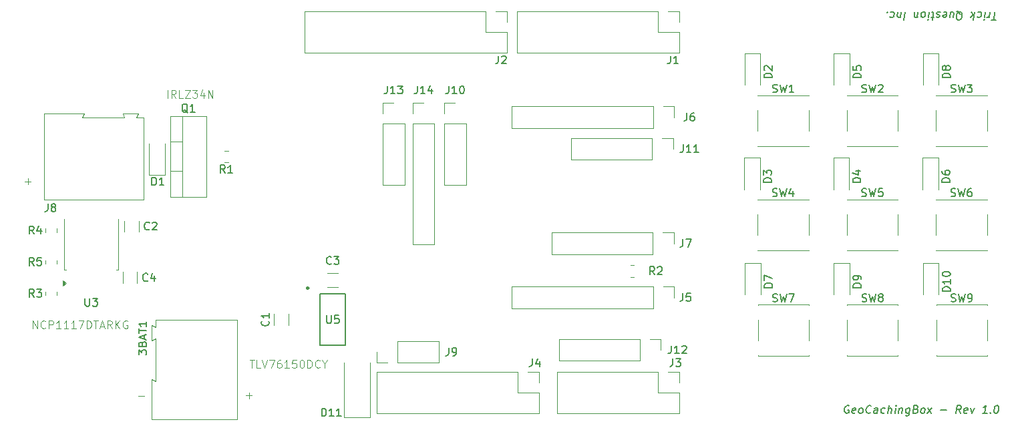
<source format=gbr>
%TF.GenerationSoftware,KiCad,Pcbnew,9.0.1*%
%TF.CreationDate,2025-05-05T17:36:54+02:00*%
%TF.ProjectId,Geocachingbox,47656f63-6163-4686-996e-67626f782e6b,rev?*%
%TF.SameCoordinates,Original*%
%TF.FileFunction,Legend,Top*%
%TF.FilePolarity,Positive*%
%FSLAX46Y46*%
G04 Gerber Fmt 4.6, Leading zero omitted, Abs format (unit mm)*
G04 Created by KiCad (PCBNEW 9.0.1) date 2025-05-05 17:36:54*
%MOMM*%
%LPD*%
G01*
G04 APERTURE LIST*
%ADD10C,0.100000*%
%ADD11C,0.200000*%
%ADD12C,0.150000*%
%ADD13C,0.120000*%
%ADD14C,0.250000*%
G04 APERTURE END LIST*
D10*
X106353884Y-77772419D02*
X106353884Y-76772419D01*
X107401502Y-77772419D02*
X107068169Y-77296228D01*
X106830074Y-77772419D02*
X106830074Y-76772419D01*
X106830074Y-76772419D02*
X107211026Y-76772419D01*
X107211026Y-76772419D02*
X107306264Y-76820038D01*
X107306264Y-76820038D02*
X107353883Y-76867657D01*
X107353883Y-76867657D02*
X107401502Y-76962895D01*
X107401502Y-76962895D02*
X107401502Y-77105752D01*
X107401502Y-77105752D02*
X107353883Y-77200990D01*
X107353883Y-77200990D02*
X107306264Y-77248609D01*
X107306264Y-77248609D02*
X107211026Y-77296228D01*
X107211026Y-77296228D02*
X106830074Y-77296228D01*
X108306264Y-77772419D02*
X107830074Y-77772419D01*
X107830074Y-77772419D02*
X107830074Y-76772419D01*
X108544360Y-76772419D02*
X109211026Y-76772419D01*
X109211026Y-76772419D02*
X108544360Y-77772419D01*
X108544360Y-77772419D02*
X109211026Y-77772419D01*
X109496741Y-76772419D02*
X110115788Y-76772419D01*
X110115788Y-76772419D02*
X109782455Y-77153371D01*
X109782455Y-77153371D02*
X109925312Y-77153371D01*
X109925312Y-77153371D02*
X110020550Y-77200990D01*
X110020550Y-77200990D02*
X110068169Y-77248609D01*
X110068169Y-77248609D02*
X110115788Y-77343847D01*
X110115788Y-77343847D02*
X110115788Y-77581942D01*
X110115788Y-77581942D02*
X110068169Y-77677180D01*
X110068169Y-77677180D02*
X110020550Y-77724800D01*
X110020550Y-77724800D02*
X109925312Y-77772419D01*
X109925312Y-77772419D02*
X109639598Y-77772419D01*
X109639598Y-77772419D02*
X109544360Y-77724800D01*
X109544360Y-77724800D02*
X109496741Y-77677180D01*
X110972931Y-77105752D02*
X110972931Y-77772419D01*
X110734836Y-76724800D02*
X110496741Y-77439085D01*
X110496741Y-77439085D02*
X111115788Y-77439085D01*
X111496741Y-77772419D02*
X111496741Y-76772419D01*
X111496741Y-76772419D02*
X112068169Y-77772419D01*
X112068169Y-77772419D02*
X112068169Y-76772419D01*
X102603884Y-115541466D02*
X103365789Y-115541466D01*
X116761027Y-111022419D02*
X117332455Y-111022419D01*
X117046741Y-112022419D02*
X117046741Y-111022419D01*
X118141979Y-112022419D02*
X117665789Y-112022419D01*
X117665789Y-112022419D02*
X117665789Y-111022419D01*
X118332456Y-111022419D02*
X118665789Y-112022419D01*
X118665789Y-112022419D02*
X118999122Y-111022419D01*
X119237218Y-111022419D02*
X119903884Y-111022419D01*
X119903884Y-111022419D02*
X119475313Y-112022419D01*
X120713408Y-111022419D02*
X120522932Y-111022419D01*
X120522932Y-111022419D02*
X120427694Y-111070038D01*
X120427694Y-111070038D02*
X120380075Y-111117657D01*
X120380075Y-111117657D02*
X120284837Y-111260514D01*
X120284837Y-111260514D02*
X120237218Y-111450990D01*
X120237218Y-111450990D02*
X120237218Y-111831942D01*
X120237218Y-111831942D02*
X120284837Y-111927180D01*
X120284837Y-111927180D02*
X120332456Y-111974800D01*
X120332456Y-111974800D02*
X120427694Y-112022419D01*
X120427694Y-112022419D02*
X120618170Y-112022419D01*
X120618170Y-112022419D02*
X120713408Y-111974800D01*
X120713408Y-111974800D02*
X120761027Y-111927180D01*
X120761027Y-111927180D02*
X120808646Y-111831942D01*
X120808646Y-111831942D02*
X120808646Y-111593847D01*
X120808646Y-111593847D02*
X120761027Y-111498609D01*
X120761027Y-111498609D02*
X120713408Y-111450990D01*
X120713408Y-111450990D02*
X120618170Y-111403371D01*
X120618170Y-111403371D02*
X120427694Y-111403371D01*
X120427694Y-111403371D02*
X120332456Y-111450990D01*
X120332456Y-111450990D02*
X120284837Y-111498609D01*
X120284837Y-111498609D02*
X120237218Y-111593847D01*
X121761027Y-112022419D02*
X121189599Y-112022419D01*
X121475313Y-112022419D02*
X121475313Y-111022419D01*
X121475313Y-111022419D02*
X121380075Y-111165276D01*
X121380075Y-111165276D02*
X121284837Y-111260514D01*
X121284837Y-111260514D02*
X121189599Y-111308133D01*
X122665789Y-111022419D02*
X122189599Y-111022419D01*
X122189599Y-111022419D02*
X122141980Y-111498609D01*
X122141980Y-111498609D02*
X122189599Y-111450990D01*
X122189599Y-111450990D02*
X122284837Y-111403371D01*
X122284837Y-111403371D02*
X122522932Y-111403371D01*
X122522932Y-111403371D02*
X122618170Y-111450990D01*
X122618170Y-111450990D02*
X122665789Y-111498609D01*
X122665789Y-111498609D02*
X122713408Y-111593847D01*
X122713408Y-111593847D02*
X122713408Y-111831942D01*
X122713408Y-111831942D02*
X122665789Y-111927180D01*
X122665789Y-111927180D02*
X122618170Y-111974800D01*
X122618170Y-111974800D02*
X122522932Y-112022419D01*
X122522932Y-112022419D02*
X122284837Y-112022419D01*
X122284837Y-112022419D02*
X122189599Y-111974800D01*
X122189599Y-111974800D02*
X122141980Y-111927180D01*
X123332456Y-111022419D02*
X123427694Y-111022419D01*
X123427694Y-111022419D02*
X123522932Y-111070038D01*
X123522932Y-111070038D02*
X123570551Y-111117657D01*
X123570551Y-111117657D02*
X123618170Y-111212895D01*
X123618170Y-111212895D02*
X123665789Y-111403371D01*
X123665789Y-111403371D02*
X123665789Y-111641466D01*
X123665789Y-111641466D02*
X123618170Y-111831942D01*
X123618170Y-111831942D02*
X123570551Y-111927180D01*
X123570551Y-111927180D02*
X123522932Y-111974800D01*
X123522932Y-111974800D02*
X123427694Y-112022419D01*
X123427694Y-112022419D02*
X123332456Y-112022419D01*
X123332456Y-112022419D02*
X123237218Y-111974800D01*
X123237218Y-111974800D02*
X123189599Y-111927180D01*
X123189599Y-111927180D02*
X123141980Y-111831942D01*
X123141980Y-111831942D02*
X123094361Y-111641466D01*
X123094361Y-111641466D02*
X123094361Y-111403371D01*
X123094361Y-111403371D02*
X123141980Y-111212895D01*
X123141980Y-111212895D02*
X123189599Y-111117657D01*
X123189599Y-111117657D02*
X123237218Y-111070038D01*
X123237218Y-111070038D02*
X123332456Y-111022419D01*
X124094361Y-112022419D02*
X124094361Y-111022419D01*
X124094361Y-111022419D02*
X124332456Y-111022419D01*
X124332456Y-111022419D02*
X124475313Y-111070038D01*
X124475313Y-111070038D02*
X124570551Y-111165276D01*
X124570551Y-111165276D02*
X124618170Y-111260514D01*
X124618170Y-111260514D02*
X124665789Y-111450990D01*
X124665789Y-111450990D02*
X124665789Y-111593847D01*
X124665789Y-111593847D02*
X124618170Y-111784323D01*
X124618170Y-111784323D02*
X124570551Y-111879561D01*
X124570551Y-111879561D02*
X124475313Y-111974800D01*
X124475313Y-111974800D02*
X124332456Y-112022419D01*
X124332456Y-112022419D02*
X124094361Y-112022419D01*
X125665789Y-111927180D02*
X125618170Y-111974800D01*
X125618170Y-111974800D02*
X125475313Y-112022419D01*
X125475313Y-112022419D02*
X125380075Y-112022419D01*
X125380075Y-112022419D02*
X125237218Y-111974800D01*
X125237218Y-111974800D02*
X125141980Y-111879561D01*
X125141980Y-111879561D02*
X125094361Y-111784323D01*
X125094361Y-111784323D02*
X125046742Y-111593847D01*
X125046742Y-111593847D02*
X125046742Y-111450990D01*
X125046742Y-111450990D02*
X125094361Y-111260514D01*
X125094361Y-111260514D02*
X125141980Y-111165276D01*
X125141980Y-111165276D02*
X125237218Y-111070038D01*
X125237218Y-111070038D02*
X125380075Y-111022419D01*
X125380075Y-111022419D02*
X125475313Y-111022419D01*
X125475313Y-111022419D02*
X125618170Y-111070038D01*
X125618170Y-111070038D02*
X125665789Y-111117657D01*
X126284837Y-111546228D02*
X126284837Y-112022419D01*
X125951504Y-111022419D02*
X126284837Y-111546228D01*
X126284837Y-111546228D02*
X126618170Y-111022419D01*
D11*
X211354136Y-67882780D02*
X210782707Y-67882780D01*
X211193422Y-66882780D02*
X211068422Y-67882780D01*
X210574374Y-66882780D02*
X210491040Y-67549447D01*
X210514850Y-67358971D02*
X210455326Y-67454209D01*
X210455326Y-67454209D02*
X210401755Y-67501828D01*
X210401755Y-67501828D02*
X210300564Y-67549447D01*
X210300564Y-67549447D02*
X210205326Y-67549447D01*
X209955326Y-66882780D02*
X209871992Y-67549447D01*
X209830326Y-67882780D02*
X209883897Y-67835161D01*
X209883897Y-67835161D02*
X209842230Y-67787542D01*
X209842230Y-67787542D02*
X209788659Y-67835161D01*
X209788659Y-67835161D02*
X209830326Y-67882780D01*
X209830326Y-67882780D02*
X209842230Y-67787542D01*
X209044612Y-66930400D02*
X209145802Y-66882780D01*
X209145802Y-66882780D02*
X209336279Y-66882780D01*
X209336279Y-66882780D02*
X209425564Y-66930400D01*
X209425564Y-66930400D02*
X209467231Y-66978019D01*
X209467231Y-66978019D02*
X209502945Y-67073257D01*
X209502945Y-67073257D02*
X209467231Y-67358971D01*
X209467231Y-67358971D02*
X209407707Y-67454209D01*
X209407707Y-67454209D02*
X209354136Y-67501828D01*
X209354136Y-67501828D02*
X209252945Y-67549447D01*
X209252945Y-67549447D02*
X209062469Y-67549447D01*
X209062469Y-67549447D02*
X208973183Y-67501828D01*
X208621993Y-66882780D02*
X208496993Y-67882780D01*
X208479136Y-67263733D02*
X208241040Y-66882780D01*
X208157707Y-67549447D02*
X208586278Y-67168495D01*
X206395802Y-66787542D02*
X206485087Y-66835161D01*
X206485087Y-66835161D02*
X206568421Y-66930400D01*
X206568421Y-66930400D02*
X206693421Y-67073257D01*
X206693421Y-67073257D02*
X206782707Y-67120876D01*
X206782707Y-67120876D02*
X206877945Y-67120876D01*
X206860087Y-66882780D02*
X206949373Y-66930400D01*
X206949373Y-66930400D02*
X207032707Y-67025638D01*
X207032707Y-67025638D02*
X207056516Y-67216114D01*
X207056516Y-67216114D02*
X207014849Y-67549447D01*
X207014849Y-67549447D02*
X206943421Y-67739923D01*
X206943421Y-67739923D02*
X206836278Y-67835161D01*
X206836278Y-67835161D02*
X206735087Y-67882780D01*
X206735087Y-67882780D02*
X206544611Y-67882780D01*
X206544611Y-67882780D02*
X206455326Y-67835161D01*
X206455326Y-67835161D02*
X206371992Y-67739923D01*
X206371992Y-67739923D02*
X206348183Y-67549447D01*
X206348183Y-67549447D02*
X206389849Y-67216114D01*
X206389849Y-67216114D02*
X206461278Y-67025638D01*
X206461278Y-67025638D02*
X206568421Y-66930400D01*
X206568421Y-66930400D02*
X206669611Y-66882780D01*
X206669611Y-66882780D02*
X206860087Y-66882780D01*
X205491040Y-67549447D02*
X205574373Y-66882780D01*
X205919611Y-67549447D02*
X205985088Y-67025638D01*
X205985088Y-67025638D02*
X205949373Y-66930400D01*
X205949373Y-66930400D02*
X205860088Y-66882780D01*
X205860088Y-66882780D02*
X205717230Y-66882780D01*
X205717230Y-66882780D02*
X205616040Y-66930400D01*
X205616040Y-66930400D02*
X205562468Y-66978019D01*
X204711278Y-66930400D02*
X204812468Y-66882780D01*
X204812468Y-66882780D02*
X205002945Y-66882780D01*
X205002945Y-66882780D02*
X205092230Y-66930400D01*
X205092230Y-66930400D02*
X205127945Y-67025638D01*
X205127945Y-67025638D02*
X205080326Y-67406590D01*
X205080326Y-67406590D02*
X205020802Y-67501828D01*
X205020802Y-67501828D02*
X204919611Y-67549447D01*
X204919611Y-67549447D02*
X204729135Y-67549447D01*
X204729135Y-67549447D02*
X204639849Y-67501828D01*
X204639849Y-67501828D02*
X204604135Y-67406590D01*
X204604135Y-67406590D02*
X204616040Y-67311352D01*
X204616040Y-67311352D02*
X205104135Y-67216114D01*
X204282706Y-66930400D02*
X204193421Y-66882780D01*
X204193421Y-66882780D02*
X204002944Y-66882780D01*
X204002944Y-66882780D02*
X203901754Y-66930400D01*
X203901754Y-66930400D02*
X203842230Y-67025638D01*
X203842230Y-67025638D02*
X203836278Y-67073257D01*
X203836278Y-67073257D02*
X203871992Y-67168495D01*
X203871992Y-67168495D02*
X203961278Y-67216114D01*
X203961278Y-67216114D02*
X204104135Y-67216114D01*
X204104135Y-67216114D02*
X204193421Y-67263733D01*
X204193421Y-67263733D02*
X204229135Y-67358971D01*
X204229135Y-67358971D02*
X204223183Y-67406590D01*
X204223183Y-67406590D02*
X204163659Y-67501828D01*
X204163659Y-67501828D02*
X204062468Y-67549447D01*
X204062468Y-67549447D02*
X203919611Y-67549447D01*
X203919611Y-67549447D02*
X203830325Y-67501828D01*
X203491039Y-67549447D02*
X203110087Y-67549447D01*
X203306516Y-67882780D02*
X203413659Y-67025638D01*
X203413659Y-67025638D02*
X203377944Y-66930400D01*
X203377944Y-66930400D02*
X203288659Y-66882780D01*
X203288659Y-66882780D02*
X203193420Y-66882780D01*
X202860087Y-66882780D02*
X202776753Y-67549447D01*
X202735087Y-67882780D02*
X202788658Y-67835161D01*
X202788658Y-67835161D02*
X202746991Y-67787542D01*
X202746991Y-67787542D02*
X202693420Y-67835161D01*
X202693420Y-67835161D02*
X202735087Y-67882780D01*
X202735087Y-67882780D02*
X202746991Y-67787542D01*
X202241040Y-66882780D02*
X202330325Y-66930400D01*
X202330325Y-66930400D02*
X202371992Y-66978019D01*
X202371992Y-66978019D02*
X202407706Y-67073257D01*
X202407706Y-67073257D02*
X202371992Y-67358971D01*
X202371992Y-67358971D02*
X202312468Y-67454209D01*
X202312468Y-67454209D02*
X202258897Y-67501828D01*
X202258897Y-67501828D02*
X202157706Y-67549447D01*
X202157706Y-67549447D02*
X202014849Y-67549447D01*
X202014849Y-67549447D02*
X201925563Y-67501828D01*
X201925563Y-67501828D02*
X201883897Y-67454209D01*
X201883897Y-67454209D02*
X201848182Y-67358971D01*
X201848182Y-67358971D02*
X201883897Y-67073257D01*
X201883897Y-67073257D02*
X201943420Y-66978019D01*
X201943420Y-66978019D02*
X201996992Y-66930400D01*
X201996992Y-66930400D02*
X202098182Y-66882780D01*
X202098182Y-66882780D02*
X202241040Y-66882780D01*
X201395801Y-67549447D02*
X201479135Y-66882780D01*
X201407706Y-67454209D02*
X201354135Y-67501828D01*
X201354135Y-67501828D02*
X201252944Y-67549447D01*
X201252944Y-67549447D02*
X201110087Y-67549447D01*
X201110087Y-67549447D02*
X201020801Y-67501828D01*
X201020801Y-67501828D02*
X200985087Y-67406590D01*
X200985087Y-67406590D02*
X201050563Y-66882780D01*
X199812468Y-66882780D02*
X199687468Y-67882780D01*
X199252944Y-67549447D02*
X199336278Y-66882780D01*
X199264849Y-67454209D02*
X199211278Y-67501828D01*
X199211278Y-67501828D02*
X199110087Y-67549447D01*
X199110087Y-67549447D02*
X198967230Y-67549447D01*
X198967230Y-67549447D02*
X198877944Y-67501828D01*
X198877944Y-67501828D02*
X198842230Y-67406590D01*
X198842230Y-67406590D02*
X198907706Y-66882780D01*
X197996992Y-66930400D02*
X198098182Y-66882780D01*
X198098182Y-66882780D02*
X198288659Y-66882780D01*
X198288659Y-66882780D02*
X198377944Y-66930400D01*
X198377944Y-66930400D02*
X198419611Y-66978019D01*
X198419611Y-66978019D02*
X198455325Y-67073257D01*
X198455325Y-67073257D02*
X198419611Y-67358971D01*
X198419611Y-67358971D02*
X198360087Y-67454209D01*
X198360087Y-67454209D02*
X198306516Y-67501828D01*
X198306516Y-67501828D02*
X198205325Y-67549447D01*
X198205325Y-67549447D02*
X198014849Y-67549447D01*
X198014849Y-67549447D02*
X197925563Y-67501828D01*
X197562468Y-66978019D02*
X197520801Y-66930400D01*
X197520801Y-66930400D02*
X197574373Y-66882780D01*
X197574373Y-66882780D02*
X197616039Y-66930400D01*
X197616039Y-66930400D02*
X197562468Y-66978019D01*
X197562468Y-66978019D02*
X197574373Y-66882780D01*
D10*
X116303884Y-115491466D02*
X117065789Y-115491466D01*
X116684836Y-115872419D02*
X116684836Y-115110514D01*
X88253884Y-88391466D02*
X89015789Y-88391466D01*
X88634836Y-88772419D02*
X88634836Y-88010514D01*
X89253884Y-107022419D02*
X89253884Y-106022419D01*
X89253884Y-106022419D02*
X89825312Y-107022419D01*
X89825312Y-107022419D02*
X89825312Y-106022419D01*
X90872931Y-106927180D02*
X90825312Y-106974800D01*
X90825312Y-106974800D02*
X90682455Y-107022419D01*
X90682455Y-107022419D02*
X90587217Y-107022419D01*
X90587217Y-107022419D02*
X90444360Y-106974800D01*
X90444360Y-106974800D02*
X90349122Y-106879561D01*
X90349122Y-106879561D02*
X90301503Y-106784323D01*
X90301503Y-106784323D02*
X90253884Y-106593847D01*
X90253884Y-106593847D02*
X90253884Y-106450990D01*
X90253884Y-106450990D02*
X90301503Y-106260514D01*
X90301503Y-106260514D02*
X90349122Y-106165276D01*
X90349122Y-106165276D02*
X90444360Y-106070038D01*
X90444360Y-106070038D02*
X90587217Y-106022419D01*
X90587217Y-106022419D02*
X90682455Y-106022419D01*
X90682455Y-106022419D02*
X90825312Y-106070038D01*
X90825312Y-106070038D02*
X90872931Y-106117657D01*
X91301503Y-107022419D02*
X91301503Y-106022419D01*
X91301503Y-106022419D02*
X91682455Y-106022419D01*
X91682455Y-106022419D02*
X91777693Y-106070038D01*
X91777693Y-106070038D02*
X91825312Y-106117657D01*
X91825312Y-106117657D02*
X91872931Y-106212895D01*
X91872931Y-106212895D02*
X91872931Y-106355752D01*
X91872931Y-106355752D02*
X91825312Y-106450990D01*
X91825312Y-106450990D02*
X91777693Y-106498609D01*
X91777693Y-106498609D02*
X91682455Y-106546228D01*
X91682455Y-106546228D02*
X91301503Y-106546228D01*
X92825312Y-107022419D02*
X92253884Y-107022419D01*
X92539598Y-107022419D02*
X92539598Y-106022419D01*
X92539598Y-106022419D02*
X92444360Y-106165276D01*
X92444360Y-106165276D02*
X92349122Y-106260514D01*
X92349122Y-106260514D02*
X92253884Y-106308133D01*
X93777693Y-107022419D02*
X93206265Y-107022419D01*
X93491979Y-107022419D02*
X93491979Y-106022419D01*
X93491979Y-106022419D02*
X93396741Y-106165276D01*
X93396741Y-106165276D02*
X93301503Y-106260514D01*
X93301503Y-106260514D02*
X93206265Y-106308133D01*
X94730074Y-107022419D02*
X94158646Y-107022419D01*
X94444360Y-107022419D02*
X94444360Y-106022419D01*
X94444360Y-106022419D02*
X94349122Y-106165276D01*
X94349122Y-106165276D02*
X94253884Y-106260514D01*
X94253884Y-106260514D02*
X94158646Y-106308133D01*
X95063408Y-106022419D02*
X95730074Y-106022419D01*
X95730074Y-106022419D02*
X95301503Y-107022419D01*
X96111027Y-107022419D02*
X96111027Y-106022419D01*
X96111027Y-106022419D02*
X96349122Y-106022419D01*
X96349122Y-106022419D02*
X96491979Y-106070038D01*
X96491979Y-106070038D02*
X96587217Y-106165276D01*
X96587217Y-106165276D02*
X96634836Y-106260514D01*
X96634836Y-106260514D02*
X96682455Y-106450990D01*
X96682455Y-106450990D02*
X96682455Y-106593847D01*
X96682455Y-106593847D02*
X96634836Y-106784323D01*
X96634836Y-106784323D02*
X96587217Y-106879561D01*
X96587217Y-106879561D02*
X96491979Y-106974800D01*
X96491979Y-106974800D02*
X96349122Y-107022419D01*
X96349122Y-107022419D02*
X96111027Y-107022419D01*
X96968170Y-106022419D02*
X97539598Y-106022419D01*
X97253884Y-107022419D02*
X97253884Y-106022419D01*
X97825313Y-106736704D02*
X98301503Y-106736704D01*
X97730075Y-107022419D02*
X98063408Y-106022419D01*
X98063408Y-106022419D02*
X98396741Y-107022419D01*
X99301503Y-107022419D02*
X98968170Y-106546228D01*
X98730075Y-107022419D02*
X98730075Y-106022419D01*
X98730075Y-106022419D02*
X99111027Y-106022419D01*
X99111027Y-106022419D02*
X99206265Y-106070038D01*
X99206265Y-106070038D02*
X99253884Y-106117657D01*
X99253884Y-106117657D02*
X99301503Y-106212895D01*
X99301503Y-106212895D02*
X99301503Y-106355752D01*
X99301503Y-106355752D02*
X99253884Y-106450990D01*
X99253884Y-106450990D02*
X99206265Y-106498609D01*
X99206265Y-106498609D02*
X99111027Y-106546228D01*
X99111027Y-106546228D02*
X98730075Y-106546228D01*
X99730075Y-107022419D02*
X99730075Y-106022419D01*
X100301503Y-107022419D02*
X99872932Y-106450990D01*
X100301503Y-106022419D02*
X99730075Y-106593847D01*
X101253884Y-106070038D02*
X101158646Y-106022419D01*
X101158646Y-106022419D02*
X101015789Y-106022419D01*
X101015789Y-106022419D02*
X100872932Y-106070038D01*
X100872932Y-106070038D02*
X100777694Y-106165276D01*
X100777694Y-106165276D02*
X100730075Y-106260514D01*
X100730075Y-106260514D02*
X100682456Y-106450990D01*
X100682456Y-106450990D02*
X100682456Y-106593847D01*
X100682456Y-106593847D02*
X100730075Y-106784323D01*
X100730075Y-106784323D02*
X100777694Y-106879561D01*
X100777694Y-106879561D02*
X100872932Y-106974800D01*
X100872932Y-106974800D02*
X101015789Y-107022419D01*
X101015789Y-107022419D02*
X101111027Y-107022419D01*
X101111027Y-107022419D02*
X101253884Y-106974800D01*
X101253884Y-106974800D02*
X101301503Y-106927180D01*
X101301503Y-106927180D02*
X101301503Y-106593847D01*
X101301503Y-106593847D02*
X101111027Y-106593847D01*
D11*
X192756578Y-116814838D02*
X192667292Y-116767219D01*
X192667292Y-116767219D02*
X192524435Y-116767219D01*
X192524435Y-116767219D02*
X192375625Y-116814838D01*
X192375625Y-116814838D02*
X192268482Y-116910076D01*
X192268482Y-116910076D02*
X192208958Y-117005314D01*
X192208958Y-117005314D02*
X192137530Y-117195790D01*
X192137530Y-117195790D02*
X192119673Y-117338647D01*
X192119673Y-117338647D02*
X192143482Y-117529123D01*
X192143482Y-117529123D02*
X192179197Y-117624361D01*
X192179197Y-117624361D02*
X192262530Y-117719600D01*
X192262530Y-117719600D02*
X192399435Y-117767219D01*
X192399435Y-117767219D02*
X192494673Y-117767219D01*
X192494673Y-117767219D02*
X192643482Y-117719600D01*
X192643482Y-117719600D02*
X192697054Y-117671980D01*
X192697054Y-117671980D02*
X192738720Y-117338647D01*
X192738720Y-117338647D02*
X192548244Y-117338647D01*
X193500625Y-117719600D02*
X193399435Y-117767219D01*
X193399435Y-117767219D02*
X193208958Y-117767219D01*
X193208958Y-117767219D02*
X193119673Y-117719600D01*
X193119673Y-117719600D02*
X193083958Y-117624361D01*
X193083958Y-117624361D02*
X193131578Y-117243409D01*
X193131578Y-117243409D02*
X193191101Y-117148171D01*
X193191101Y-117148171D02*
X193292292Y-117100552D01*
X193292292Y-117100552D02*
X193482768Y-117100552D01*
X193482768Y-117100552D02*
X193572054Y-117148171D01*
X193572054Y-117148171D02*
X193607768Y-117243409D01*
X193607768Y-117243409D02*
X193595863Y-117338647D01*
X193595863Y-117338647D02*
X193107768Y-117433885D01*
X194113721Y-117767219D02*
X194024435Y-117719600D01*
X194024435Y-117719600D02*
X193982768Y-117671980D01*
X193982768Y-117671980D02*
X193947054Y-117576742D01*
X193947054Y-117576742D02*
X193982768Y-117291028D01*
X193982768Y-117291028D02*
X194042292Y-117195790D01*
X194042292Y-117195790D02*
X194095863Y-117148171D01*
X194095863Y-117148171D02*
X194197054Y-117100552D01*
X194197054Y-117100552D02*
X194339911Y-117100552D01*
X194339911Y-117100552D02*
X194429197Y-117148171D01*
X194429197Y-117148171D02*
X194470863Y-117195790D01*
X194470863Y-117195790D02*
X194506578Y-117291028D01*
X194506578Y-117291028D02*
X194470863Y-117576742D01*
X194470863Y-117576742D02*
X194411340Y-117671980D01*
X194411340Y-117671980D02*
X194357768Y-117719600D01*
X194357768Y-117719600D02*
X194256578Y-117767219D01*
X194256578Y-117767219D02*
X194113721Y-117767219D01*
X195458959Y-117671980D02*
X195405387Y-117719600D01*
X195405387Y-117719600D02*
X195256578Y-117767219D01*
X195256578Y-117767219D02*
X195161340Y-117767219D01*
X195161340Y-117767219D02*
X195024435Y-117719600D01*
X195024435Y-117719600D02*
X194941102Y-117624361D01*
X194941102Y-117624361D02*
X194905387Y-117529123D01*
X194905387Y-117529123D02*
X194881578Y-117338647D01*
X194881578Y-117338647D02*
X194899435Y-117195790D01*
X194899435Y-117195790D02*
X194970863Y-117005314D01*
X194970863Y-117005314D02*
X195030387Y-116910076D01*
X195030387Y-116910076D02*
X195137530Y-116814838D01*
X195137530Y-116814838D02*
X195286340Y-116767219D01*
X195286340Y-116767219D02*
X195381578Y-116767219D01*
X195381578Y-116767219D02*
X195518483Y-116814838D01*
X195518483Y-116814838D02*
X195560149Y-116862457D01*
X196304197Y-117767219D02*
X196369673Y-117243409D01*
X196369673Y-117243409D02*
X196333959Y-117148171D01*
X196333959Y-117148171D02*
X196244673Y-117100552D01*
X196244673Y-117100552D02*
X196054197Y-117100552D01*
X196054197Y-117100552D02*
X195953006Y-117148171D01*
X196310149Y-117719600D02*
X196208959Y-117767219D01*
X196208959Y-117767219D02*
X195970863Y-117767219D01*
X195970863Y-117767219D02*
X195881578Y-117719600D01*
X195881578Y-117719600D02*
X195845863Y-117624361D01*
X195845863Y-117624361D02*
X195857768Y-117529123D01*
X195857768Y-117529123D02*
X195917292Y-117433885D01*
X195917292Y-117433885D02*
X196018483Y-117386266D01*
X196018483Y-117386266D02*
X196256578Y-117386266D01*
X196256578Y-117386266D02*
X196357768Y-117338647D01*
X197214911Y-117719600D02*
X197113721Y-117767219D01*
X197113721Y-117767219D02*
X196923245Y-117767219D01*
X196923245Y-117767219D02*
X196833959Y-117719600D01*
X196833959Y-117719600D02*
X196792292Y-117671980D01*
X196792292Y-117671980D02*
X196756578Y-117576742D01*
X196756578Y-117576742D02*
X196792292Y-117291028D01*
X196792292Y-117291028D02*
X196851816Y-117195790D01*
X196851816Y-117195790D02*
X196905387Y-117148171D01*
X196905387Y-117148171D02*
X197006578Y-117100552D01*
X197006578Y-117100552D02*
X197197054Y-117100552D01*
X197197054Y-117100552D02*
X197286340Y-117148171D01*
X197637530Y-117767219D02*
X197762530Y-116767219D01*
X198066102Y-117767219D02*
X198131578Y-117243409D01*
X198131578Y-117243409D02*
X198095864Y-117148171D01*
X198095864Y-117148171D02*
X198006578Y-117100552D01*
X198006578Y-117100552D02*
X197863721Y-117100552D01*
X197863721Y-117100552D02*
X197762530Y-117148171D01*
X197762530Y-117148171D02*
X197708959Y-117195790D01*
X198542292Y-117767219D02*
X198625626Y-117100552D01*
X198667292Y-116767219D02*
X198613721Y-116814838D01*
X198613721Y-116814838D02*
X198655388Y-116862457D01*
X198655388Y-116862457D02*
X198708959Y-116814838D01*
X198708959Y-116814838D02*
X198667292Y-116767219D01*
X198667292Y-116767219D02*
X198655388Y-116862457D01*
X199101816Y-117100552D02*
X199018482Y-117767219D01*
X199089911Y-117195790D02*
X199143482Y-117148171D01*
X199143482Y-117148171D02*
X199244673Y-117100552D01*
X199244673Y-117100552D02*
X199387530Y-117100552D01*
X199387530Y-117100552D02*
X199476816Y-117148171D01*
X199476816Y-117148171D02*
X199512530Y-117243409D01*
X199512530Y-117243409D02*
X199447054Y-117767219D01*
X200435149Y-117100552D02*
X200333959Y-117910076D01*
X200333959Y-117910076D02*
X200274435Y-118005314D01*
X200274435Y-118005314D02*
X200220863Y-118052933D01*
X200220863Y-118052933D02*
X200119673Y-118100552D01*
X200119673Y-118100552D02*
X199976816Y-118100552D01*
X199976816Y-118100552D02*
X199887530Y-118052933D01*
X200357768Y-117719600D02*
X200256578Y-117767219D01*
X200256578Y-117767219D02*
X200066102Y-117767219D01*
X200066102Y-117767219D02*
X199976816Y-117719600D01*
X199976816Y-117719600D02*
X199935149Y-117671980D01*
X199935149Y-117671980D02*
X199899435Y-117576742D01*
X199899435Y-117576742D02*
X199935149Y-117291028D01*
X199935149Y-117291028D02*
X199994673Y-117195790D01*
X199994673Y-117195790D02*
X200048244Y-117148171D01*
X200048244Y-117148171D02*
X200149435Y-117100552D01*
X200149435Y-117100552D02*
X200339911Y-117100552D01*
X200339911Y-117100552D02*
X200429197Y-117148171D01*
X201226816Y-117243409D02*
X201363721Y-117291028D01*
X201363721Y-117291028D02*
X201405387Y-117338647D01*
X201405387Y-117338647D02*
X201441102Y-117433885D01*
X201441102Y-117433885D02*
X201423244Y-117576742D01*
X201423244Y-117576742D02*
X201363721Y-117671980D01*
X201363721Y-117671980D02*
X201310149Y-117719600D01*
X201310149Y-117719600D02*
X201208959Y-117767219D01*
X201208959Y-117767219D02*
X200828006Y-117767219D01*
X200828006Y-117767219D02*
X200953006Y-116767219D01*
X200953006Y-116767219D02*
X201286340Y-116767219D01*
X201286340Y-116767219D02*
X201375625Y-116814838D01*
X201375625Y-116814838D02*
X201417292Y-116862457D01*
X201417292Y-116862457D02*
X201453006Y-116957695D01*
X201453006Y-116957695D02*
X201441102Y-117052933D01*
X201441102Y-117052933D02*
X201381578Y-117148171D01*
X201381578Y-117148171D02*
X201328006Y-117195790D01*
X201328006Y-117195790D02*
X201226816Y-117243409D01*
X201226816Y-117243409D02*
X200893483Y-117243409D01*
X201970864Y-117767219D02*
X201881578Y-117719600D01*
X201881578Y-117719600D02*
X201839911Y-117671980D01*
X201839911Y-117671980D02*
X201804197Y-117576742D01*
X201804197Y-117576742D02*
X201839911Y-117291028D01*
X201839911Y-117291028D02*
X201899435Y-117195790D01*
X201899435Y-117195790D02*
X201953006Y-117148171D01*
X201953006Y-117148171D02*
X202054197Y-117100552D01*
X202054197Y-117100552D02*
X202197054Y-117100552D01*
X202197054Y-117100552D02*
X202286340Y-117148171D01*
X202286340Y-117148171D02*
X202328006Y-117195790D01*
X202328006Y-117195790D02*
X202363721Y-117291028D01*
X202363721Y-117291028D02*
X202328006Y-117576742D01*
X202328006Y-117576742D02*
X202268483Y-117671980D01*
X202268483Y-117671980D02*
X202214911Y-117719600D01*
X202214911Y-117719600D02*
X202113721Y-117767219D01*
X202113721Y-117767219D02*
X201970864Y-117767219D01*
X202637530Y-117767219D02*
X203244673Y-117100552D01*
X202720864Y-117100552D02*
X203161340Y-117767219D01*
X204351816Y-117386266D02*
X205113721Y-117386266D01*
X206875626Y-117767219D02*
X206601816Y-117291028D01*
X206304197Y-117767219D02*
X206429197Y-116767219D01*
X206429197Y-116767219D02*
X206810150Y-116767219D01*
X206810150Y-116767219D02*
X206899435Y-116814838D01*
X206899435Y-116814838D02*
X206941102Y-116862457D01*
X206941102Y-116862457D02*
X206976816Y-116957695D01*
X206976816Y-116957695D02*
X206958959Y-117100552D01*
X206958959Y-117100552D02*
X206899435Y-117195790D01*
X206899435Y-117195790D02*
X206845864Y-117243409D01*
X206845864Y-117243409D02*
X206744674Y-117291028D01*
X206744674Y-117291028D02*
X206363721Y-117291028D01*
X207691102Y-117719600D02*
X207589912Y-117767219D01*
X207589912Y-117767219D02*
X207399435Y-117767219D01*
X207399435Y-117767219D02*
X207310150Y-117719600D01*
X207310150Y-117719600D02*
X207274435Y-117624361D01*
X207274435Y-117624361D02*
X207322055Y-117243409D01*
X207322055Y-117243409D02*
X207381578Y-117148171D01*
X207381578Y-117148171D02*
X207482769Y-117100552D01*
X207482769Y-117100552D02*
X207673245Y-117100552D01*
X207673245Y-117100552D02*
X207762531Y-117148171D01*
X207762531Y-117148171D02*
X207798245Y-117243409D01*
X207798245Y-117243409D02*
X207786340Y-117338647D01*
X207786340Y-117338647D02*
X207298245Y-117433885D01*
X208149436Y-117100552D02*
X208304198Y-117767219D01*
X208304198Y-117767219D02*
X208625626Y-117100552D01*
X210208960Y-117767219D02*
X209637531Y-117767219D01*
X209923246Y-117767219D02*
X210048246Y-116767219D01*
X210048246Y-116767219D02*
X209935150Y-116910076D01*
X209935150Y-116910076D02*
X209828008Y-117005314D01*
X209828008Y-117005314D02*
X209726817Y-117052933D01*
X210649436Y-117671980D02*
X210691103Y-117719600D01*
X210691103Y-117719600D02*
X210637531Y-117767219D01*
X210637531Y-117767219D02*
X210595865Y-117719600D01*
X210595865Y-117719600D02*
X210649436Y-117671980D01*
X210649436Y-117671980D02*
X210637531Y-117767219D01*
X211429198Y-116767219D02*
X211524436Y-116767219D01*
X211524436Y-116767219D02*
X211613721Y-116814838D01*
X211613721Y-116814838D02*
X211655388Y-116862457D01*
X211655388Y-116862457D02*
X211691102Y-116957695D01*
X211691102Y-116957695D02*
X211714912Y-117148171D01*
X211714912Y-117148171D02*
X211685150Y-117386266D01*
X211685150Y-117386266D02*
X211613721Y-117576742D01*
X211613721Y-117576742D02*
X211554198Y-117671980D01*
X211554198Y-117671980D02*
X211500626Y-117719600D01*
X211500626Y-117719600D02*
X211399436Y-117767219D01*
X211399436Y-117767219D02*
X211304198Y-117767219D01*
X211304198Y-117767219D02*
X211214912Y-117719600D01*
X211214912Y-117719600D02*
X211173245Y-117671980D01*
X211173245Y-117671980D02*
X211137531Y-117576742D01*
X211137531Y-117576742D02*
X211113721Y-117386266D01*
X211113721Y-117386266D02*
X211143483Y-117148171D01*
X211143483Y-117148171D02*
X211214912Y-116957695D01*
X211214912Y-116957695D02*
X211274436Y-116862457D01*
X211274436Y-116862457D02*
X211328007Y-116814838D01*
X211328007Y-116814838D02*
X211429198Y-116767219D01*
D12*
X205554819Y-102294285D02*
X204554819Y-102294285D01*
X204554819Y-102294285D02*
X204554819Y-102056190D01*
X204554819Y-102056190D02*
X204602438Y-101913333D01*
X204602438Y-101913333D02*
X204697676Y-101818095D01*
X204697676Y-101818095D02*
X204792914Y-101770476D01*
X204792914Y-101770476D02*
X204983390Y-101722857D01*
X204983390Y-101722857D02*
X205126247Y-101722857D01*
X205126247Y-101722857D02*
X205316723Y-101770476D01*
X205316723Y-101770476D02*
X205411961Y-101818095D01*
X205411961Y-101818095D02*
X205507200Y-101913333D01*
X205507200Y-101913333D02*
X205554819Y-102056190D01*
X205554819Y-102056190D02*
X205554819Y-102294285D01*
X205554819Y-100770476D02*
X205554819Y-101341904D01*
X205554819Y-101056190D02*
X204554819Y-101056190D01*
X204554819Y-101056190D02*
X204697676Y-101151428D01*
X204697676Y-101151428D02*
X204792914Y-101246666D01*
X204792914Y-101246666D02*
X204840533Y-101341904D01*
X204554819Y-100151428D02*
X204554819Y-100056190D01*
X204554819Y-100056190D02*
X204602438Y-99960952D01*
X204602438Y-99960952D02*
X204650057Y-99913333D01*
X204650057Y-99913333D02*
X204745295Y-99865714D01*
X204745295Y-99865714D02*
X204935771Y-99818095D01*
X204935771Y-99818095D02*
X205173866Y-99818095D01*
X205173866Y-99818095D02*
X205364342Y-99865714D01*
X205364342Y-99865714D02*
X205459580Y-99913333D01*
X205459580Y-99913333D02*
X205507200Y-99960952D01*
X205507200Y-99960952D02*
X205554819Y-100056190D01*
X205554819Y-100056190D02*
X205554819Y-100151428D01*
X205554819Y-100151428D02*
X205507200Y-100246666D01*
X205507200Y-100246666D02*
X205459580Y-100294285D01*
X205459580Y-100294285D02*
X205364342Y-100341904D01*
X205364342Y-100341904D02*
X205173866Y-100389523D01*
X205173866Y-100389523D02*
X204935771Y-100389523D01*
X204935771Y-100389523D02*
X204745295Y-100341904D01*
X204745295Y-100341904D02*
X204650057Y-100294285D01*
X204650057Y-100294285D02*
X204602438Y-100246666D01*
X204602438Y-100246666D02*
X204554819Y-100151428D01*
X141966666Y-109454819D02*
X141966666Y-110169104D01*
X141966666Y-110169104D02*
X141919047Y-110311961D01*
X141919047Y-110311961D02*
X141823809Y-110407200D01*
X141823809Y-110407200D02*
X141680952Y-110454819D01*
X141680952Y-110454819D02*
X141585714Y-110454819D01*
X142490476Y-110454819D02*
X142680952Y-110454819D01*
X142680952Y-110454819D02*
X142776190Y-110407200D01*
X142776190Y-110407200D02*
X142823809Y-110359580D01*
X142823809Y-110359580D02*
X142919047Y-110216723D01*
X142919047Y-110216723D02*
X142966666Y-110026247D01*
X142966666Y-110026247D02*
X142966666Y-109645295D01*
X142966666Y-109645295D02*
X142919047Y-109550057D01*
X142919047Y-109550057D02*
X142871428Y-109502438D01*
X142871428Y-109502438D02*
X142776190Y-109454819D01*
X142776190Y-109454819D02*
X142585714Y-109454819D01*
X142585714Y-109454819D02*
X142490476Y-109502438D01*
X142490476Y-109502438D02*
X142442857Y-109550057D01*
X142442857Y-109550057D02*
X142395238Y-109645295D01*
X142395238Y-109645295D02*
X142395238Y-109883390D01*
X142395238Y-109883390D02*
X142442857Y-109978628D01*
X142442857Y-109978628D02*
X142490476Y-110026247D01*
X142490476Y-110026247D02*
X142585714Y-110073866D01*
X142585714Y-110073866D02*
X142776190Y-110073866D01*
X142776190Y-110073866D02*
X142871428Y-110026247D01*
X142871428Y-110026247D02*
X142919047Y-109978628D01*
X142919047Y-109978628D02*
X142966666Y-109883390D01*
X125885714Y-118154819D02*
X125885714Y-117154819D01*
X125885714Y-117154819D02*
X126123809Y-117154819D01*
X126123809Y-117154819D02*
X126266666Y-117202438D01*
X126266666Y-117202438D02*
X126361904Y-117297676D01*
X126361904Y-117297676D02*
X126409523Y-117392914D01*
X126409523Y-117392914D02*
X126457142Y-117583390D01*
X126457142Y-117583390D02*
X126457142Y-117726247D01*
X126457142Y-117726247D02*
X126409523Y-117916723D01*
X126409523Y-117916723D02*
X126361904Y-118011961D01*
X126361904Y-118011961D02*
X126266666Y-118107200D01*
X126266666Y-118107200D02*
X126123809Y-118154819D01*
X126123809Y-118154819D02*
X125885714Y-118154819D01*
X127409523Y-118154819D02*
X126838095Y-118154819D01*
X127123809Y-118154819D02*
X127123809Y-117154819D01*
X127123809Y-117154819D02*
X127028571Y-117297676D01*
X127028571Y-117297676D02*
X126933333Y-117392914D01*
X126933333Y-117392914D02*
X126838095Y-117440533D01*
X128361904Y-118154819D02*
X127790476Y-118154819D01*
X128076190Y-118154819D02*
X128076190Y-117154819D01*
X128076190Y-117154819D02*
X127980952Y-117297676D01*
X127980952Y-117297676D02*
X127885714Y-117392914D01*
X127885714Y-117392914D02*
X127790476Y-117440533D01*
X127108333Y-98784580D02*
X127060714Y-98832200D01*
X127060714Y-98832200D02*
X126917857Y-98879819D01*
X126917857Y-98879819D02*
X126822619Y-98879819D01*
X126822619Y-98879819D02*
X126679762Y-98832200D01*
X126679762Y-98832200D02*
X126584524Y-98736961D01*
X126584524Y-98736961D02*
X126536905Y-98641723D01*
X126536905Y-98641723D02*
X126489286Y-98451247D01*
X126489286Y-98451247D02*
X126489286Y-98308390D01*
X126489286Y-98308390D02*
X126536905Y-98117914D01*
X126536905Y-98117914D02*
X126584524Y-98022676D01*
X126584524Y-98022676D02*
X126679762Y-97927438D01*
X126679762Y-97927438D02*
X126822619Y-97879819D01*
X126822619Y-97879819D02*
X126917857Y-97879819D01*
X126917857Y-97879819D02*
X127060714Y-97927438D01*
X127060714Y-97927438D02*
X127108333Y-97975057D01*
X127441667Y-97879819D02*
X128060714Y-97879819D01*
X128060714Y-97879819D02*
X127727381Y-98260771D01*
X127727381Y-98260771D02*
X127870238Y-98260771D01*
X127870238Y-98260771D02*
X127965476Y-98308390D01*
X127965476Y-98308390D02*
X128013095Y-98356009D01*
X128013095Y-98356009D02*
X128060714Y-98451247D01*
X128060714Y-98451247D02*
X128060714Y-98689342D01*
X128060714Y-98689342D02*
X128013095Y-98784580D01*
X128013095Y-98784580D02*
X127965476Y-98832200D01*
X127965476Y-98832200D02*
X127870238Y-98879819D01*
X127870238Y-98879819D02*
X127584524Y-98879819D01*
X127584524Y-98879819D02*
X127489286Y-98832200D01*
X127489286Y-98832200D02*
X127441667Y-98784580D01*
X102689819Y-110354047D02*
X102689819Y-109735000D01*
X102689819Y-109735000D02*
X103070771Y-110068333D01*
X103070771Y-110068333D02*
X103070771Y-109925476D01*
X103070771Y-109925476D02*
X103118390Y-109830238D01*
X103118390Y-109830238D02*
X103166009Y-109782619D01*
X103166009Y-109782619D02*
X103261247Y-109735000D01*
X103261247Y-109735000D02*
X103499342Y-109735000D01*
X103499342Y-109735000D02*
X103594580Y-109782619D01*
X103594580Y-109782619D02*
X103642200Y-109830238D01*
X103642200Y-109830238D02*
X103689819Y-109925476D01*
X103689819Y-109925476D02*
X103689819Y-110211190D01*
X103689819Y-110211190D02*
X103642200Y-110306428D01*
X103642200Y-110306428D02*
X103594580Y-110354047D01*
X103166009Y-108973095D02*
X103213628Y-108830238D01*
X103213628Y-108830238D02*
X103261247Y-108782619D01*
X103261247Y-108782619D02*
X103356485Y-108735000D01*
X103356485Y-108735000D02*
X103499342Y-108735000D01*
X103499342Y-108735000D02*
X103594580Y-108782619D01*
X103594580Y-108782619D02*
X103642200Y-108830238D01*
X103642200Y-108830238D02*
X103689819Y-108925476D01*
X103689819Y-108925476D02*
X103689819Y-109306428D01*
X103689819Y-109306428D02*
X102689819Y-109306428D01*
X102689819Y-109306428D02*
X102689819Y-108973095D01*
X102689819Y-108973095D02*
X102737438Y-108877857D01*
X102737438Y-108877857D02*
X102785057Y-108830238D01*
X102785057Y-108830238D02*
X102880295Y-108782619D01*
X102880295Y-108782619D02*
X102975533Y-108782619D01*
X102975533Y-108782619D02*
X103070771Y-108830238D01*
X103070771Y-108830238D02*
X103118390Y-108877857D01*
X103118390Y-108877857D02*
X103166009Y-108973095D01*
X103166009Y-108973095D02*
X103166009Y-109306428D01*
X103404104Y-108354047D02*
X103404104Y-107877857D01*
X103689819Y-108449285D02*
X102689819Y-108115952D01*
X102689819Y-108115952D02*
X103689819Y-107782619D01*
X102689819Y-107592142D02*
X102689819Y-107020714D01*
X103689819Y-107306428D02*
X102689819Y-107306428D01*
X103689819Y-106163571D02*
X103689819Y-106734999D01*
X103689819Y-106449285D02*
X102689819Y-106449285D01*
X102689819Y-106449285D02*
X102832676Y-106544523D01*
X102832676Y-106544523D02*
X102927914Y-106639761D01*
X102927914Y-106639761D02*
X102975533Y-106734999D01*
X170376666Y-110849819D02*
X170376666Y-111564104D01*
X170376666Y-111564104D02*
X170329047Y-111706961D01*
X170329047Y-111706961D02*
X170233809Y-111802200D01*
X170233809Y-111802200D02*
X170090952Y-111849819D01*
X170090952Y-111849819D02*
X169995714Y-111849819D01*
X170757619Y-110849819D02*
X171376666Y-110849819D01*
X171376666Y-110849819D02*
X171043333Y-111230771D01*
X171043333Y-111230771D02*
X171186190Y-111230771D01*
X171186190Y-111230771D02*
X171281428Y-111278390D01*
X171281428Y-111278390D02*
X171329047Y-111326009D01*
X171329047Y-111326009D02*
X171376666Y-111421247D01*
X171376666Y-111421247D02*
X171376666Y-111659342D01*
X171376666Y-111659342D02*
X171329047Y-111754580D01*
X171329047Y-111754580D02*
X171281428Y-111802200D01*
X171281428Y-111802200D02*
X171186190Y-111849819D01*
X171186190Y-111849819D02*
X170900476Y-111849819D01*
X170900476Y-111849819D02*
X170805238Y-111802200D01*
X170805238Y-111802200D02*
X170757619Y-111754580D01*
X205666667Y-77037200D02*
X205809524Y-77084819D01*
X205809524Y-77084819D02*
X206047619Y-77084819D01*
X206047619Y-77084819D02*
X206142857Y-77037200D01*
X206142857Y-77037200D02*
X206190476Y-76989580D01*
X206190476Y-76989580D02*
X206238095Y-76894342D01*
X206238095Y-76894342D02*
X206238095Y-76799104D01*
X206238095Y-76799104D02*
X206190476Y-76703866D01*
X206190476Y-76703866D02*
X206142857Y-76656247D01*
X206142857Y-76656247D02*
X206047619Y-76608628D01*
X206047619Y-76608628D02*
X205857143Y-76561009D01*
X205857143Y-76561009D02*
X205761905Y-76513390D01*
X205761905Y-76513390D02*
X205714286Y-76465771D01*
X205714286Y-76465771D02*
X205666667Y-76370533D01*
X205666667Y-76370533D02*
X205666667Y-76275295D01*
X205666667Y-76275295D02*
X205714286Y-76180057D01*
X205714286Y-76180057D02*
X205761905Y-76132438D01*
X205761905Y-76132438D02*
X205857143Y-76084819D01*
X205857143Y-76084819D02*
X206095238Y-76084819D01*
X206095238Y-76084819D02*
X206238095Y-76132438D01*
X206571429Y-76084819D02*
X206809524Y-77084819D01*
X206809524Y-77084819D02*
X207000000Y-76370533D01*
X207000000Y-76370533D02*
X207190476Y-77084819D01*
X207190476Y-77084819D02*
X207428572Y-76084819D01*
X207714286Y-76084819D02*
X208333333Y-76084819D01*
X208333333Y-76084819D02*
X208000000Y-76465771D01*
X208000000Y-76465771D02*
X208142857Y-76465771D01*
X208142857Y-76465771D02*
X208238095Y-76513390D01*
X208238095Y-76513390D02*
X208285714Y-76561009D01*
X208285714Y-76561009D02*
X208333333Y-76656247D01*
X208333333Y-76656247D02*
X208333333Y-76894342D01*
X208333333Y-76894342D02*
X208285714Y-76989580D01*
X208285714Y-76989580D02*
X208238095Y-77037200D01*
X208238095Y-77037200D02*
X208142857Y-77084819D01*
X208142857Y-77084819D02*
X207857143Y-77084819D01*
X207857143Y-77084819D02*
X207761905Y-77037200D01*
X207761905Y-77037200D02*
X207714286Y-76989580D01*
X194376667Y-103587200D02*
X194519524Y-103634819D01*
X194519524Y-103634819D02*
X194757619Y-103634819D01*
X194757619Y-103634819D02*
X194852857Y-103587200D01*
X194852857Y-103587200D02*
X194900476Y-103539580D01*
X194900476Y-103539580D02*
X194948095Y-103444342D01*
X194948095Y-103444342D02*
X194948095Y-103349104D01*
X194948095Y-103349104D02*
X194900476Y-103253866D01*
X194900476Y-103253866D02*
X194852857Y-103206247D01*
X194852857Y-103206247D02*
X194757619Y-103158628D01*
X194757619Y-103158628D02*
X194567143Y-103111009D01*
X194567143Y-103111009D02*
X194471905Y-103063390D01*
X194471905Y-103063390D02*
X194424286Y-103015771D01*
X194424286Y-103015771D02*
X194376667Y-102920533D01*
X194376667Y-102920533D02*
X194376667Y-102825295D01*
X194376667Y-102825295D02*
X194424286Y-102730057D01*
X194424286Y-102730057D02*
X194471905Y-102682438D01*
X194471905Y-102682438D02*
X194567143Y-102634819D01*
X194567143Y-102634819D02*
X194805238Y-102634819D01*
X194805238Y-102634819D02*
X194948095Y-102682438D01*
X195281429Y-102634819D02*
X195519524Y-103634819D01*
X195519524Y-103634819D02*
X195710000Y-102920533D01*
X195710000Y-102920533D02*
X195900476Y-103634819D01*
X195900476Y-103634819D02*
X196138572Y-102634819D01*
X196662381Y-103063390D02*
X196567143Y-103015771D01*
X196567143Y-103015771D02*
X196519524Y-102968152D01*
X196519524Y-102968152D02*
X196471905Y-102872914D01*
X196471905Y-102872914D02*
X196471905Y-102825295D01*
X196471905Y-102825295D02*
X196519524Y-102730057D01*
X196519524Y-102730057D02*
X196567143Y-102682438D01*
X196567143Y-102682438D02*
X196662381Y-102634819D01*
X196662381Y-102634819D02*
X196852857Y-102634819D01*
X196852857Y-102634819D02*
X196948095Y-102682438D01*
X196948095Y-102682438D02*
X196995714Y-102730057D01*
X196995714Y-102730057D02*
X197043333Y-102825295D01*
X197043333Y-102825295D02*
X197043333Y-102872914D01*
X197043333Y-102872914D02*
X196995714Y-102968152D01*
X196995714Y-102968152D02*
X196948095Y-103015771D01*
X196948095Y-103015771D02*
X196852857Y-103063390D01*
X196852857Y-103063390D02*
X196662381Y-103063390D01*
X196662381Y-103063390D02*
X196567143Y-103111009D01*
X196567143Y-103111009D02*
X196519524Y-103158628D01*
X196519524Y-103158628D02*
X196471905Y-103253866D01*
X196471905Y-103253866D02*
X196471905Y-103444342D01*
X196471905Y-103444342D02*
X196519524Y-103539580D01*
X196519524Y-103539580D02*
X196567143Y-103587200D01*
X196567143Y-103587200D02*
X196662381Y-103634819D01*
X196662381Y-103634819D02*
X196852857Y-103634819D01*
X196852857Y-103634819D02*
X196948095Y-103587200D01*
X196948095Y-103587200D02*
X196995714Y-103539580D01*
X196995714Y-103539580D02*
X197043333Y-103444342D01*
X197043333Y-103444342D02*
X197043333Y-103253866D01*
X197043333Y-103253866D02*
X196995714Y-103158628D01*
X196995714Y-103158628D02*
X196948095Y-103111009D01*
X196948095Y-103111009D02*
X196852857Y-103063390D01*
X148276666Y-72449819D02*
X148276666Y-73164104D01*
X148276666Y-73164104D02*
X148229047Y-73306961D01*
X148229047Y-73306961D02*
X148133809Y-73402200D01*
X148133809Y-73402200D02*
X147990952Y-73449819D01*
X147990952Y-73449819D02*
X147895714Y-73449819D01*
X148705238Y-72545057D02*
X148752857Y-72497438D01*
X148752857Y-72497438D02*
X148848095Y-72449819D01*
X148848095Y-72449819D02*
X149086190Y-72449819D01*
X149086190Y-72449819D02*
X149181428Y-72497438D01*
X149181428Y-72497438D02*
X149229047Y-72545057D01*
X149229047Y-72545057D02*
X149276666Y-72640295D01*
X149276666Y-72640295D02*
X149276666Y-72735533D01*
X149276666Y-72735533D02*
X149229047Y-72878390D01*
X149229047Y-72878390D02*
X148657619Y-73449819D01*
X148657619Y-73449819D02*
X149276666Y-73449819D01*
X141990476Y-76254819D02*
X141990476Y-76969104D01*
X141990476Y-76969104D02*
X141942857Y-77111961D01*
X141942857Y-77111961D02*
X141847619Y-77207200D01*
X141847619Y-77207200D02*
X141704762Y-77254819D01*
X141704762Y-77254819D02*
X141609524Y-77254819D01*
X142990476Y-77254819D02*
X142419048Y-77254819D01*
X142704762Y-77254819D02*
X142704762Y-76254819D01*
X142704762Y-76254819D02*
X142609524Y-76397676D01*
X142609524Y-76397676D02*
X142514286Y-76492914D01*
X142514286Y-76492914D02*
X142419048Y-76540533D01*
X143609524Y-76254819D02*
X143704762Y-76254819D01*
X143704762Y-76254819D02*
X143800000Y-76302438D01*
X143800000Y-76302438D02*
X143847619Y-76350057D01*
X143847619Y-76350057D02*
X143895238Y-76445295D01*
X143895238Y-76445295D02*
X143942857Y-76635771D01*
X143942857Y-76635771D02*
X143942857Y-76873866D01*
X143942857Y-76873866D02*
X143895238Y-77064342D01*
X143895238Y-77064342D02*
X143847619Y-77159580D01*
X143847619Y-77159580D02*
X143800000Y-77207200D01*
X143800000Y-77207200D02*
X143704762Y-77254819D01*
X143704762Y-77254819D02*
X143609524Y-77254819D01*
X143609524Y-77254819D02*
X143514286Y-77207200D01*
X143514286Y-77207200D02*
X143466667Y-77159580D01*
X143466667Y-77159580D02*
X143419048Y-77064342D01*
X143419048Y-77064342D02*
X143371429Y-76873866D01*
X143371429Y-76873866D02*
X143371429Y-76635771D01*
X143371429Y-76635771D02*
X143419048Y-76445295D01*
X143419048Y-76445295D02*
X143466667Y-76350057D01*
X143466667Y-76350057D02*
X143514286Y-76302438D01*
X143514286Y-76302438D02*
X143609524Y-76254819D01*
X171666666Y-95689819D02*
X171666666Y-96404104D01*
X171666666Y-96404104D02*
X171619047Y-96546961D01*
X171619047Y-96546961D02*
X171523809Y-96642200D01*
X171523809Y-96642200D02*
X171380952Y-96689819D01*
X171380952Y-96689819D02*
X171285714Y-96689819D01*
X172047619Y-95689819D02*
X172714285Y-95689819D01*
X172714285Y-95689819D02*
X172285714Y-96689819D01*
X171666666Y-102549819D02*
X171666666Y-103264104D01*
X171666666Y-103264104D02*
X171619047Y-103406961D01*
X171619047Y-103406961D02*
X171523809Y-103502200D01*
X171523809Y-103502200D02*
X171380952Y-103549819D01*
X171380952Y-103549819D02*
X171285714Y-103549819D01*
X172619047Y-102549819D02*
X172142857Y-102549819D01*
X172142857Y-102549819D02*
X172095238Y-103026009D01*
X172095238Y-103026009D02*
X172142857Y-102978390D01*
X172142857Y-102978390D02*
X172238095Y-102930771D01*
X172238095Y-102930771D02*
X172476190Y-102930771D01*
X172476190Y-102930771D02*
X172571428Y-102978390D01*
X172571428Y-102978390D02*
X172619047Y-103026009D01*
X172619047Y-103026009D02*
X172666666Y-103121247D01*
X172666666Y-103121247D02*
X172666666Y-103359342D01*
X172666666Y-103359342D02*
X172619047Y-103454580D01*
X172619047Y-103454580D02*
X172571428Y-103502200D01*
X172571428Y-103502200D02*
X172476190Y-103549819D01*
X172476190Y-103549819D02*
X172238095Y-103549819D01*
X172238095Y-103549819D02*
X172142857Y-103502200D01*
X172142857Y-103502200D02*
X172095238Y-103454580D01*
X91166666Y-91189819D02*
X91166666Y-91904104D01*
X91166666Y-91904104D02*
X91119047Y-92046961D01*
X91119047Y-92046961D02*
X91023809Y-92142200D01*
X91023809Y-92142200D02*
X90880952Y-92189819D01*
X90880952Y-92189819D02*
X90785714Y-92189819D01*
X91785714Y-91618390D02*
X91690476Y-91570771D01*
X91690476Y-91570771D02*
X91642857Y-91523152D01*
X91642857Y-91523152D02*
X91595238Y-91427914D01*
X91595238Y-91427914D02*
X91595238Y-91380295D01*
X91595238Y-91380295D02*
X91642857Y-91285057D01*
X91642857Y-91285057D02*
X91690476Y-91237438D01*
X91690476Y-91237438D02*
X91785714Y-91189819D01*
X91785714Y-91189819D02*
X91976190Y-91189819D01*
X91976190Y-91189819D02*
X92071428Y-91237438D01*
X92071428Y-91237438D02*
X92119047Y-91285057D01*
X92119047Y-91285057D02*
X92166666Y-91380295D01*
X92166666Y-91380295D02*
X92166666Y-91427914D01*
X92166666Y-91427914D02*
X92119047Y-91523152D01*
X92119047Y-91523152D02*
X92071428Y-91570771D01*
X92071428Y-91570771D02*
X91976190Y-91618390D01*
X91976190Y-91618390D02*
X91785714Y-91618390D01*
X91785714Y-91618390D02*
X91690476Y-91666009D01*
X91690476Y-91666009D02*
X91642857Y-91713628D01*
X91642857Y-91713628D02*
X91595238Y-91808866D01*
X91595238Y-91808866D02*
X91595238Y-91999342D01*
X91595238Y-91999342D02*
X91642857Y-92094580D01*
X91642857Y-92094580D02*
X91690476Y-92142200D01*
X91690476Y-92142200D02*
X91785714Y-92189819D01*
X91785714Y-92189819D02*
X91976190Y-92189819D01*
X91976190Y-92189819D02*
X92071428Y-92142200D01*
X92071428Y-92142200D02*
X92119047Y-92094580D01*
X92119047Y-92094580D02*
X92166666Y-91999342D01*
X92166666Y-91999342D02*
X92166666Y-91808866D01*
X92166666Y-91808866D02*
X92119047Y-91713628D01*
X92119047Y-91713628D02*
X92071428Y-91666009D01*
X92071428Y-91666009D02*
X91976190Y-91618390D01*
X205504819Y-88468094D02*
X204504819Y-88468094D01*
X204504819Y-88468094D02*
X204504819Y-88229999D01*
X204504819Y-88229999D02*
X204552438Y-88087142D01*
X204552438Y-88087142D02*
X204647676Y-87991904D01*
X204647676Y-87991904D02*
X204742914Y-87944285D01*
X204742914Y-87944285D02*
X204933390Y-87896666D01*
X204933390Y-87896666D02*
X205076247Y-87896666D01*
X205076247Y-87896666D02*
X205266723Y-87944285D01*
X205266723Y-87944285D02*
X205361961Y-87991904D01*
X205361961Y-87991904D02*
X205457200Y-88087142D01*
X205457200Y-88087142D02*
X205504819Y-88229999D01*
X205504819Y-88229999D02*
X205504819Y-88468094D01*
X204504819Y-87039523D02*
X204504819Y-87229999D01*
X204504819Y-87229999D02*
X204552438Y-87325237D01*
X204552438Y-87325237D02*
X204600057Y-87372856D01*
X204600057Y-87372856D02*
X204742914Y-87468094D01*
X204742914Y-87468094D02*
X204933390Y-87515713D01*
X204933390Y-87515713D02*
X205314342Y-87515713D01*
X205314342Y-87515713D02*
X205409580Y-87468094D01*
X205409580Y-87468094D02*
X205457200Y-87420475D01*
X205457200Y-87420475D02*
X205504819Y-87325237D01*
X205504819Y-87325237D02*
X205504819Y-87134761D01*
X205504819Y-87134761D02*
X205457200Y-87039523D01*
X205457200Y-87039523D02*
X205409580Y-86991904D01*
X205409580Y-86991904D02*
X205314342Y-86944285D01*
X205314342Y-86944285D02*
X205076247Y-86944285D01*
X205076247Y-86944285D02*
X204981009Y-86991904D01*
X204981009Y-86991904D02*
X204933390Y-87039523D01*
X204933390Y-87039523D02*
X204885771Y-87134761D01*
X204885771Y-87134761D02*
X204885771Y-87325237D01*
X204885771Y-87325237D02*
X204933390Y-87420475D01*
X204933390Y-87420475D02*
X204981009Y-87468094D01*
X204981009Y-87468094D02*
X205076247Y-87515713D01*
X194204819Y-88468094D02*
X193204819Y-88468094D01*
X193204819Y-88468094D02*
X193204819Y-88229999D01*
X193204819Y-88229999D02*
X193252438Y-88087142D01*
X193252438Y-88087142D02*
X193347676Y-87991904D01*
X193347676Y-87991904D02*
X193442914Y-87944285D01*
X193442914Y-87944285D02*
X193633390Y-87896666D01*
X193633390Y-87896666D02*
X193776247Y-87896666D01*
X193776247Y-87896666D02*
X193966723Y-87944285D01*
X193966723Y-87944285D02*
X194061961Y-87991904D01*
X194061961Y-87991904D02*
X194157200Y-88087142D01*
X194157200Y-88087142D02*
X194204819Y-88229999D01*
X194204819Y-88229999D02*
X194204819Y-88468094D01*
X193538152Y-87039523D02*
X194204819Y-87039523D01*
X193157200Y-87277618D02*
X193871485Y-87515713D01*
X193871485Y-87515713D02*
X193871485Y-86896666D01*
X108904761Y-79650057D02*
X108809523Y-79602438D01*
X108809523Y-79602438D02*
X108714285Y-79507200D01*
X108714285Y-79507200D02*
X108571428Y-79364342D01*
X108571428Y-79364342D02*
X108476190Y-79316723D01*
X108476190Y-79316723D02*
X108380952Y-79316723D01*
X108428571Y-79554819D02*
X108333333Y-79507200D01*
X108333333Y-79507200D02*
X108238095Y-79411961D01*
X108238095Y-79411961D02*
X108190476Y-79221485D01*
X108190476Y-79221485D02*
X108190476Y-78888152D01*
X108190476Y-78888152D02*
X108238095Y-78697676D01*
X108238095Y-78697676D02*
X108333333Y-78602438D01*
X108333333Y-78602438D02*
X108428571Y-78554819D01*
X108428571Y-78554819D02*
X108619047Y-78554819D01*
X108619047Y-78554819D02*
X108714285Y-78602438D01*
X108714285Y-78602438D02*
X108809523Y-78697676D01*
X108809523Y-78697676D02*
X108857142Y-78888152D01*
X108857142Y-78888152D02*
X108857142Y-79221485D01*
X108857142Y-79221485D02*
X108809523Y-79411961D01*
X108809523Y-79411961D02*
X108714285Y-79507200D01*
X108714285Y-79507200D02*
X108619047Y-79554819D01*
X108619047Y-79554819D02*
X108428571Y-79554819D01*
X109809523Y-79554819D02*
X109238095Y-79554819D01*
X109523809Y-79554819D02*
X109523809Y-78554819D01*
X109523809Y-78554819D02*
X109428571Y-78697676D01*
X109428571Y-78697676D02*
X109333333Y-78792914D01*
X109333333Y-78792914D02*
X109238095Y-78840533D01*
X183004819Y-101818094D02*
X182004819Y-101818094D01*
X182004819Y-101818094D02*
X182004819Y-101579999D01*
X182004819Y-101579999D02*
X182052438Y-101437142D01*
X182052438Y-101437142D02*
X182147676Y-101341904D01*
X182147676Y-101341904D02*
X182242914Y-101294285D01*
X182242914Y-101294285D02*
X182433390Y-101246666D01*
X182433390Y-101246666D02*
X182576247Y-101246666D01*
X182576247Y-101246666D02*
X182766723Y-101294285D01*
X182766723Y-101294285D02*
X182861961Y-101341904D01*
X182861961Y-101341904D02*
X182957200Y-101437142D01*
X182957200Y-101437142D02*
X183004819Y-101579999D01*
X183004819Y-101579999D02*
X183004819Y-101818094D01*
X182004819Y-100913332D02*
X182004819Y-100246666D01*
X182004819Y-100246666D02*
X183004819Y-100675237D01*
X205656667Y-90237200D02*
X205799524Y-90284819D01*
X205799524Y-90284819D02*
X206037619Y-90284819D01*
X206037619Y-90284819D02*
X206132857Y-90237200D01*
X206132857Y-90237200D02*
X206180476Y-90189580D01*
X206180476Y-90189580D02*
X206228095Y-90094342D01*
X206228095Y-90094342D02*
X206228095Y-89999104D01*
X206228095Y-89999104D02*
X206180476Y-89903866D01*
X206180476Y-89903866D02*
X206132857Y-89856247D01*
X206132857Y-89856247D02*
X206037619Y-89808628D01*
X206037619Y-89808628D02*
X205847143Y-89761009D01*
X205847143Y-89761009D02*
X205751905Y-89713390D01*
X205751905Y-89713390D02*
X205704286Y-89665771D01*
X205704286Y-89665771D02*
X205656667Y-89570533D01*
X205656667Y-89570533D02*
X205656667Y-89475295D01*
X205656667Y-89475295D02*
X205704286Y-89380057D01*
X205704286Y-89380057D02*
X205751905Y-89332438D01*
X205751905Y-89332438D02*
X205847143Y-89284819D01*
X205847143Y-89284819D02*
X206085238Y-89284819D01*
X206085238Y-89284819D02*
X206228095Y-89332438D01*
X206561429Y-89284819D02*
X206799524Y-90284819D01*
X206799524Y-90284819D02*
X206990000Y-89570533D01*
X206990000Y-89570533D02*
X207180476Y-90284819D01*
X207180476Y-90284819D02*
X207418572Y-89284819D01*
X208228095Y-89284819D02*
X208037619Y-89284819D01*
X208037619Y-89284819D02*
X207942381Y-89332438D01*
X207942381Y-89332438D02*
X207894762Y-89380057D01*
X207894762Y-89380057D02*
X207799524Y-89522914D01*
X207799524Y-89522914D02*
X207751905Y-89713390D01*
X207751905Y-89713390D02*
X207751905Y-90094342D01*
X207751905Y-90094342D02*
X207799524Y-90189580D01*
X207799524Y-90189580D02*
X207847143Y-90237200D01*
X207847143Y-90237200D02*
X207942381Y-90284819D01*
X207942381Y-90284819D02*
X208132857Y-90284819D01*
X208132857Y-90284819D02*
X208228095Y-90237200D01*
X208228095Y-90237200D02*
X208275714Y-90189580D01*
X208275714Y-90189580D02*
X208323333Y-90094342D01*
X208323333Y-90094342D02*
X208323333Y-89856247D01*
X208323333Y-89856247D02*
X208275714Y-89761009D01*
X208275714Y-89761009D02*
X208228095Y-89713390D01*
X208228095Y-89713390D02*
X208132857Y-89665771D01*
X208132857Y-89665771D02*
X207942381Y-89665771D01*
X207942381Y-89665771D02*
X207847143Y-89713390D01*
X207847143Y-89713390D02*
X207799524Y-89761009D01*
X207799524Y-89761009D02*
X207751905Y-89856247D01*
X194356667Y-90237200D02*
X194499524Y-90284819D01*
X194499524Y-90284819D02*
X194737619Y-90284819D01*
X194737619Y-90284819D02*
X194832857Y-90237200D01*
X194832857Y-90237200D02*
X194880476Y-90189580D01*
X194880476Y-90189580D02*
X194928095Y-90094342D01*
X194928095Y-90094342D02*
X194928095Y-89999104D01*
X194928095Y-89999104D02*
X194880476Y-89903866D01*
X194880476Y-89903866D02*
X194832857Y-89856247D01*
X194832857Y-89856247D02*
X194737619Y-89808628D01*
X194737619Y-89808628D02*
X194547143Y-89761009D01*
X194547143Y-89761009D02*
X194451905Y-89713390D01*
X194451905Y-89713390D02*
X194404286Y-89665771D01*
X194404286Y-89665771D02*
X194356667Y-89570533D01*
X194356667Y-89570533D02*
X194356667Y-89475295D01*
X194356667Y-89475295D02*
X194404286Y-89380057D01*
X194404286Y-89380057D02*
X194451905Y-89332438D01*
X194451905Y-89332438D02*
X194547143Y-89284819D01*
X194547143Y-89284819D02*
X194785238Y-89284819D01*
X194785238Y-89284819D02*
X194928095Y-89332438D01*
X195261429Y-89284819D02*
X195499524Y-90284819D01*
X195499524Y-90284819D02*
X195690000Y-89570533D01*
X195690000Y-89570533D02*
X195880476Y-90284819D01*
X195880476Y-90284819D02*
X196118572Y-89284819D01*
X196975714Y-89284819D02*
X196499524Y-89284819D01*
X196499524Y-89284819D02*
X196451905Y-89761009D01*
X196451905Y-89761009D02*
X196499524Y-89713390D01*
X196499524Y-89713390D02*
X196594762Y-89665771D01*
X196594762Y-89665771D02*
X196832857Y-89665771D01*
X196832857Y-89665771D02*
X196928095Y-89713390D01*
X196928095Y-89713390D02*
X196975714Y-89761009D01*
X196975714Y-89761009D02*
X197023333Y-89856247D01*
X197023333Y-89856247D02*
X197023333Y-90094342D01*
X197023333Y-90094342D02*
X196975714Y-90189580D01*
X196975714Y-90189580D02*
X196928095Y-90237200D01*
X196928095Y-90237200D02*
X196832857Y-90284819D01*
X196832857Y-90284819D02*
X196594762Y-90284819D01*
X196594762Y-90284819D02*
X196499524Y-90237200D01*
X196499524Y-90237200D02*
X196451905Y-90189580D01*
X183066667Y-103587200D02*
X183209524Y-103634819D01*
X183209524Y-103634819D02*
X183447619Y-103634819D01*
X183447619Y-103634819D02*
X183542857Y-103587200D01*
X183542857Y-103587200D02*
X183590476Y-103539580D01*
X183590476Y-103539580D02*
X183638095Y-103444342D01*
X183638095Y-103444342D02*
X183638095Y-103349104D01*
X183638095Y-103349104D02*
X183590476Y-103253866D01*
X183590476Y-103253866D02*
X183542857Y-103206247D01*
X183542857Y-103206247D02*
X183447619Y-103158628D01*
X183447619Y-103158628D02*
X183257143Y-103111009D01*
X183257143Y-103111009D02*
X183161905Y-103063390D01*
X183161905Y-103063390D02*
X183114286Y-103015771D01*
X183114286Y-103015771D02*
X183066667Y-102920533D01*
X183066667Y-102920533D02*
X183066667Y-102825295D01*
X183066667Y-102825295D02*
X183114286Y-102730057D01*
X183114286Y-102730057D02*
X183161905Y-102682438D01*
X183161905Y-102682438D02*
X183257143Y-102634819D01*
X183257143Y-102634819D02*
X183495238Y-102634819D01*
X183495238Y-102634819D02*
X183638095Y-102682438D01*
X183971429Y-102634819D02*
X184209524Y-103634819D01*
X184209524Y-103634819D02*
X184400000Y-102920533D01*
X184400000Y-102920533D02*
X184590476Y-103634819D01*
X184590476Y-103634819D02*
X184828572Y-102634819D01*
X185114286Y-102634819D02*
X185780952Y-102634819D01*
X185780952Y-102634819D02*
X185352381Y-103634819D01*
X205554819Y-75218094D02*
X204554819Y-75218094D01*
X204554819Y-75218094D02*
X204554819Y-74979999D01*
X204554819Y-74979999D02*
X204602438Y-74837142D01*
X204602438Y-74837142D02*
X204697676Y-74741904D01*
X204697676Y-74741904D02*
X204792914Y-74694285D01*
X204792914Y-74694285D02*
X204983390Y-74646666D01*
X204983390Y-74646666D02*
X205126247Y-74646666D01*
X205126247Y-74646666D02*
X205316723Y-74694285D01*
X205316723Y-74694285D02*
X205411961Y-74741904D01*
X205411961Y-74741904D02*
X205507200Y-74837142D01*
X205507200Y-74837142D02*
X205554819Y-74979999D01*
X205554819Y-74979999D02*
X205554819Y-75218094D01*
X204983390Y-74075237D02*
X204935771Y-74170475D01*
X204935771Y-74170475D02*
X204888152Y-74218094D01*
X204888152Y-74218094D02*
X204792914Y-74265713D01*
X204792914Y-74265713D02*
X204745295Y-74265713D01*
X204745295Y-74265713D02*
X204650057Y-74218094D01*
X204650057Y-74218094D02*
X204602438Y-74170475D01*
X204602438Y-74170475D02*
X204554819Y-74075237D01*
X204554819Y-74075237D02*
X204554819Y-73884761D01*
X204554819Y-73884761D02*
X204602438Y-73789523D01*
X204602438Y-73789523D02*
X204650057Y-73741904D01*
X204650057Y-73741904D02*
X204745295Y-73694285D01*
X204745295Y-73694285D02*
X204792914Y-73694285D01*
X204792914Y-73694285D02*
X204888152Y-73741904D01*
X204888152Y-73741904D02*
X204935771Y-73789523D01*
X204935771Y-73789523D02*
X204983390Y-73884761D01*
X204983390Y-73884761D02*
X204983390Y-74075237D01*
X204983390Y-74075237D02*
X205031009Y-74170475D01*
X205031009Y-74170475D02*
X205078628Y-74218094D01*
X205078628Y-74218094D02*
X205173866Y-74265713D01*
X205173866Y-74265713D02*
X205364342Y-74265713D01*
X205364342Y-74265713D02*
X205459580Y-74218094D01*
X205459580Y-74218094D02*
X205507200Y-74170475D01*
X205507200Y-74170475D02*
X205554819Y-74075237D01*
X205554819Y-74075237D02*
X205554819Y-73884761D01*
X205554819Y-73884761D02*
X205507200Y-73789523D01*
X205507200Y-73789523D02*
X205459580Y-73741904D01*
X205459580Y-73741904D02*
X205364342Y-73694285D01*
X205364342Y-73694285D02*
X205173866Y-73694285D01*
X205173866Y-73694285D02*
X205078628Y-73741904D01*
X205078628Y-73741904D02*
X205031009Y-73789523D01*
X205031009Y-73789523D02*
X204983390Y-73884761D01*
X89423333Y-103029819D02*
X89090000Y-102553628D01*
X88851905Y-103029819D02*
X88851905Y-102029819D01*
X88851905Y-102029819D02*
X89232857Y-102029819D01*
X89232857Y-102029819D02*
X89328095Y-102077438D01*
X89328095Y-102077438D02*
X89375714Y-102125057D01*
X89375714Y-102125057D02*
X89423333Y-102220295D01*
X89423333Y-102220295D02*
X89423333Y-102363152D01*
X89423333Y-102363152D02*
X89375714Y-102458390D01*
X89375714Y-102458390D02*
X89328095Y-102506009D01*
X89328095Y-102506009D02*
X89232857Y-102553628D01*
X89232857Y-102553628D02*
X88851905Y-102553628D01*
X89756667Y-102029819D02*
X90375714Y-102029819D01*
X90375714Y-102029819D02*
X90042381Y-102410771D01*
X90042381Y-102410771D02*
X90185238Y-102410771D01*
X90185238Y-102410771D02*
X90280476Y-102458390D01*
X90280476Y-102458390D02*
X90328095Y-102506009D01*
X90328095Y-102506009D02*
X90375714Y-102601247D01*
X90375714Y-102601247D02*
X90375714Y-102839342D01*
X90375714Y-102839342D02*
X90328095Y-102934580D01*
X90328095Y-102934580D02*
X90280476Y-102982200D01*
X90280476Y-102982200D02*
X90185238Y-103029819D01*
X90185238Y-103029819D02*
X89899524Y-103029819D01*
X89899524Y-103029819D02*
X89804286Y-102982200D01*
X89804286Y-102982200D02*
X89756667Y-102934580D01*
X89423333Y-99029819D02*
X89090000Y-98553628D01*
X88851905Y-99029819D02*
X88851905Y-98029819D01*
X88851905Y-98029819D02*
X89232857Y-98029819D01*
X89232857Y-98029819D02*
X89328095Y-98077438D01*
X89328095Y-98077438D02*
X89375714Y-98125057D01*
X89375714Y-98125057D02*
X89423333Y-98220295D01*
X89423333Y-98220295D02*
X89423333Y-98363152D01*
X89423333Y-98363152D02*
X89375714Y-98458390D01*
X89375714Y-98458390D02*
X89328095Y-98506009D01*
X89328095Y-98506009D02*
X89232857Y-98553628D01*
X89232857Y-98553628D02*
X88851905Y-98553628D01*
X90328095Y-98029819D02*
X89851905Y-98029819D01*
X89851905Y-98029819D02*
X89804286Y-98506009D01*
X89804286Y-98506009D02*
X89851905Y-98458390D01*
X89851905Y-98458390D02*
X89947143Y-98410771D01*
X89947143Y-98410771D02*
X90185238Y-98410771D01*
X90185238Y-98410771D02*
X90280476Y-98458390D01*
X90280476Y-98458390D02*
X90328095Y-98506009D01*
X90328095Y-98506009D02*
X90375714Y-98601247D01*
X90375714Y-98601247D02*
X90375714Y-98839342D01*
X90375714Y-98839342D02*
X90328095Y-98934580D01*
X90328095Y-98934580D02*
X90280476Y-98982200D01*
X90280476Y-98982200D02*
X90185238Y-99029819D01*
X90185238Y-99029819D02*
X89947143Y-99029819D01*
X89947143Y-99029819D02*
X89851905Y-98982200D01*
X89851905Y-98982200D02*
X89804286Y-98934580D01*
X194254819Y-101818094D02*
X193254819Y-101818094D01*
X193254819Y-101818094D02*
X193254819Y-101579999D01*
X193254819Y-101579999D02*
X193302438Y-101437142D01*
X193302438Y-101437142D02*
X193397676Y-101341904D01*
X193397676Y-101341904D02*
X193492914Y-101294285D01*
X193492914Y-101294285D02*
X193683390Y-101246666D01*
X193683390Y-101246666D02*
X193826247Y-101246666D01*
X193826247Y-101246666D02*
X194016723Y-101294285D01*
X194016723Y-101294285D02*
X194111961Y-101341904D01*
X194111961Y-101341904D02*
X194207200Y-101437142D01*
X194207200Y-101437142D02*
X194254819Y-101579999D01*
X194254819Y-101579999D02*
X194254819Y-101818094D01*
X194254819Y-100770475D02*
X194254819Y-100579999D01*
X194254819Y-100579999D02*
X194207200Y-100484761D01*
X194207200Y-100484761D02*
X194159580Y-100437142D01*
X194159580Y-100437142D02*
X194016723Y-100341904D01*
X194016723Y-100341904D02*
X193826247Y-100294285D01*
X193826247Y-100294285D02*
X193445295Y-100294285D01*
X193445295Y-100294285D02*
X193350057Y-100341904D01*
X193350057Y-100341904D02*
X193302438Y-100389523D01*
X193302438Y-100389523D02*
X193254819Y-100484761D01*
X193254819Y-100484761D02*
X193254819Y-100675237D01*
X193254819Y-100675237D02*
X193302438Y-100770475D01*
X193302438Y-100770475D02*
X193350057Y-100818094D01*
X193350057Y-100818094D02*
X193445295Y-100865713D01*
X193445295Y-100865713D02*
X193683390Y-100865713D01*
X193683390Y-100865713D02*
X193778628Y-100818094D01*
X193778628Y-100818094D02*
X193826247Y-100770475D01*
X193826247Y-100770475D02*
X193873866Y-100675237D01*
X193873866Y-100675237D02*
X193873866Y-100484761D01*
X193873866Y-100484761D02*
X193826247Y-100389523D01*
X193826247Y-100389523D02*
X193778628Y-100341904D01*
X193778628Y-100341904D02*
X193683390Y-100294285D01*
X194254819Y-75218094D02*
X193254819Y-75218094D01*
X193254819Y-75218094D02*
X193254819Y-74979999D01*
X193254819Y-74979999D02*
X193302438Y-74837142D01*
X193302438Y-74837142D02*
X193397676Y-74741904D01*
X193397676Y-74741904D02*
X193492914Y-74694285D01*
X193492914Y-74694285D02*
X193683390Y-74646666D01*
X193683390Y-74646666D02*
X193826247Y-74646666D01*
X193826247Y-74646666D02*
X194016723Y-74694285D01*
X194016723Y-74694285D02*
X194111961Y-74741904D01*
X194111961Y-74741904D02*
X194207200Y-74837142D01*
X194207200Y-74837142D02*
X194254819Y-74979999D01*
X194254819Y-74979999D02*
X194254819Y-75218094D01*
X193254819Y-73741904D02*
X193254819Y-74218094D01*
X193254819Y-74218094D02*
X193731009Y-74265713D01*
X193731009Y-74265713D02*
X193683390Y-74218094D01*
X193683390Y-74218094D02*
X193635771Y-74122856D01*
X193635771Y-74122856D02*
X193635771Y-73884761D01*
X193635771Y-73884761D02*
X193683390Y-73789523D01*
X193683390Y-73789523D02*
X193731009Y-73741904D01*
X193731009Y-73741904D02*
X193826247Y-73694285D01*
X193826247Y-73694285D02*
X194064342Y-73694285D01*
X194064342Y-73694285D02*
X194159580Y-73741904D01*
X194159580Y-73741904D02*
X194207200Y-73789523D01*
X194207200Y-73789523D02*
X194254819Y-73884761D01*
X194254819Y-73884761D02*
X194254819Y-74122856D01*
X194254819Y-74122856D02*
X194207200Y-74218094D01*
X194207200Y-74218094D02*
X194159580Y-74265713D01*
X172166666Y-79689819D02*
X172166666Y-80404104D01*
X172166666Y-80404104D02*
X172119047Y-80546961D01*
X172119047Y-80546961D02*
X172023809Y-80642200D01*
X172023809Y-80642200D02*
X171880952Y-80689819D01*
X171880952Y-80689819D02*
X171785714Y-80689819D01*
X173071428Y-79689819D02*
X172880952Y-79689819D01*
X172880952Y-79689819D02*
X172785714Y-79737438D01*
X172785714Y-79737438D02*
X172738095Y-79785057D01*
X172738095Y-79785057D02*
X172642857Y-79927914D01*
X172642857Y-79927914D02*
X172595238Y-80118390D01*
X172595238Y-80118390D02*
X172595238Y-80499342D01*
X172595238Y-80499342D02*
X172642857Y-80594580D01*
X172642857Y-80594580D02*
X172690476Y-80642200D01*
X172690476Y-80642200D02*
X172785714Y-80689819D01*
X172785714Y-80689819D02*
X172976190Y-80689819D01*
X172976190Y-80689819D02*
X173071428Y-80642200D01*
X173071428Y-80642200D02*
X173119047Y-80594580D01*
X173119047Y-80594580D02*
X173166666Y-80499342D01*
X173166666Y-80499342D02*
X173166666Y-80261247D01*
X173166666Y-80261247D02*
X173119047Y-80166009D01*
X173119047Y-80166009D02*
X173071428Y-80118390D01*
X173071428Y-80118390D02*
X172976190Y-80070771D01*
X172976190Y-80070771D02*
X172785714Y-80070771D01*
X172785714Y-80070771D02*
X172690476Y-80118390D01*
X172690476Y-80118390D02*
X172642857Y-80166009D01*
X172642857Y-80166009D02*
X172595238Y-80261247D01*
X134190476Y-76254819D02*
X134190476Y-76969104D01*
X134190476Y-76969104D02*
X134142857Y-77111961D01*
X134142857Y-77111961D02*
X134047619Y-77207200D01*
X134047619Y-77207200D02*
X133904762Y-77254819D01*
X133904762Y-77254819D02*
X133809524Y-77254819D01*
X135190476Y-77254819D02*
X134619048Y-77254819D01*
X134904762Y-77254819D02*
X134904762Y-76254819D01*
X134904762Y-76254819D02*
X134809524Y-76397676D01*
X134809524Y-76397676D02*
X134714286Y-76492914D01*
X134714286Y-76492914D02*
X134619048Y-76540533D01*
X135523810Y-76254819D02*
X136142857Y-76254819D01*
X136142857Y-76254819D02*
X135809524Y-76635771D01*
X135809524Y-76635771D02*
X135952381Y-76635771D01*
X135952381Y-76635771D02*
X136047619Y-76683390D01*
X136047619Y-76683390D02*
X136095238Y-76731009D01*
X136095238Y-76731009D02*
X136142857Y-76826247D01*
X136142857Y-76826247D02*
X136142857Y-77064342D01*
X136142857Y-77064342D02*
X136095238Y-77159580D01*
X136095238Y-77159580D02*
X136047619Y-77207200D01*
X136047619Y-77207200D02*
X135952381Y-77254819D01*
X135952381Y-77254819D02*
X135666667Y-77254819D01*
X135666667Y-77254819D02*
X135571429Y-77207200D01*
X135571429Y-77207200D02*
X135523810Y-77159580D01*
X183046667Y-90237200D02*
X183189524Y-90284819D01*
X183189524Y-90284819D02*
X183427619Y-90284819D01*
X183427619Y-90284819D02*
X183522857Y-90237200D01*
X183522857Y-90237200D02*
X183570476Y-90189580D01*
X183570476Y-90189580D02*
X183618095Y-90094342D01*
X183618095Y-90094342D02*
X183618095Y-89999104D01*
X183618095Y-89999104D02*
X183570476Y-89903866D01*
X183570476Y-89903866D02*
X183522857Y-89856247D01*
X183522857Y-89856247D02*
X183427619Y-89808628D01*
X183427619Y-89808628D02*
X183237143Y-89761009D01*
X183237143Y-89761009D02*
X183141905Y-89713390D01*
X183141905Y-89713390D02*
X183094286Y-89665771D01*
X183094286Y-89665771D02*
X183046667Y-89570533D01*
X183046667Y-89570533D02*
X183046667Y-89475295D01*
X183046667Y-89475295D02*
X183094286Y-89380057D01*
X183094286Y-89380057D02*
X183141905Y-89332438D01*
X183141905Y-89332438D02*
X183237143Y-89284819D01*
X183237143Y-89284819D02*
X183475238Y-89284819D01*
X183475238Y-89284819D02*
X183618095Y-89332438D01*
X183951429Y-89284819D02*
X184189524Y-90284819D01*
X184189524Y-90284819D02*
X184380000Y-89570533D01*
X184380000Y-89570533D02*
X184570476Y-90284819D01*
X184570476Y-90284819D02*
X184808572Y-89284819D01*
X185618095Y-89618152D02*
X185618095Y-90284819D01*
X185380000Y-89237200D02*
X185141905Y-89951485D01*
X185141905Y-89951485D02*
X185760952Y-89951485D01*
X205676667Y-103587200D02*
X205819524Y-103634819D01*
X205819524Y-103634819D02*
X206057619Y-103634819D01*
X206057619Y-103634819D02*
X206152857Y-103587200D01*
X206152857Y-103587200D02*
X206200476Y-103539580D01*
X206200476Y-103539580D02*
X206248095Y-103444342D01*
X206248095Y-103444342D02*
X206248095Y-103349104D01*
X206248095Y-103349104D02*
X206200476Y-103253866D01*
X206200476Y-103253866D02*
X206152857Y-103206247D01*
X206152857Y-103206247D02*
X206057619Y-103158628D01*
X206057619Y-103158628D02*
X205867143Y-103111009D01*
X205867143Y-103111009D02*
X205771905Y-103063390D01*
X205771905Y-103063390D02*
X205724286Y-103015771D01*
X205724286Y-103015771D02*
X205676667Y-102920533D01*
X205676667Y-102920533D02*
X205676667Y-102825295D01*
X205676667Y-102825295D02*
X205724286Y-102730057D01*
X205724286Y-102730057D02*
X205771905Y-102682438D01*
X205771905Y-102682438D02*
X205867143Y-102634819D01*
X205867143Y-102634819D02*
X206105238Y-102634819D01*
X206105238Y-102634819D02*
X206248095Y-102682438D01*
X206581429Y-102634819D02*
X206819524Y-103634819D01*
X206819524Y-103634819D02*
X207010000Y-102920533D01*
X207010000Y-102920533D02*
X207200476Y-103634819D01*
X207200476Y-103634819D02*
X207438572Y-102634819D01*
X207867143Y-103634819D02*
X208057619Y-103634819D01*
X208057619Y-103634819D02*
X208152857Y-103587200D01*
X208152857Y-103587200D02*
X208200476Y-103539580D01*
X208200476Y-103539580D02*
X208295714Y-103396723D01*
X208295714Y-103396723D02*
X208343333Y-103206247D01*
X208343333Y-103206247D02*
X208343333Y-102825295D01*
X208343333Y-102825295D02*
X208295714Y-102730057D01*
X208295714Y-102730057D02*
X208248095Y-102682438D01*
X208248095Y-102682438D02*
X208152857Y-102634819D01*
X208152857Y-102634819D02*
X207962381Y-102634819D01*
X207962381Y-102634819D02*
X207867143Y-102682438D01*
X207867143Y-102682438D02*
X207819524Y-102730057D01*
X207819524Y-102730057D02*
X207771905Y-102825295D01*
X207771905Y-102825295D02*
X207771905Y-103063390D01*
X207771905Y-103063390D02*
X207819524Y-103158628D01*
X207819524Y-103158628D02*
X207867143Y-103206247D01*
X207867143Y-103206247D02*
X207962381Y-103253866D01*
X207962381Y-103253866D02*
X208152857Y-103253866D01*
X208152857Y-103253866D02*
X208248095Y-103206247D01*
X208248095Y-103206247D02*
X208295714Y-103158628D01*
X208295714Y-103158628D02*
X208343333Y-103063390D01*
X152576666Y-110849819D02*
X152576666Y-111564104D01*
X152576666Y-111564104D02*
X152529047Y-111706961D01*
X152529047Y-111706961D02*
X152433809Y-111802200D01*
X152433809Y-111802200D02*
X152290952Y-111849819D01*
X152290952Y-111849819D02*
X152195714Y-111849819D01*
X153481428Y-111183152D02*
X153481428Y-111849819D01*
X153243333Y-110802200D02*
X153005238Y-111516485D01*
X153005238Y-111516485D02*
X153624285Y-111516485D01*
X170076666Y-72449819D02*
X170076666Y-73164104D01*
X170076666Y-73164104D02*
X170029047Y-73306961D01*
X170029047Y-73306961D02*
X169933809Y-73402200D01*
X169933809Y-73402200D02*
X169790952Y-73449819D01*
X169790952Y-73449819D02*
X169695714Y-73449819D01*
X171076666Y-73449819D02*
X170505238Y-73449819D01*
X170790952Y-73449819D02*
X170790952Y-72449819D01*
X170790952Y-72449819D02*
X170695714Y-72592676D01*
X170695714Y-72592676D02*
X170600476Y-72687914D01*
X170600476Y-72687914D02*
X170505238Y-72735533D01*
X183056667Y-77037200D02*
X183199524Y-77084819D01*
X183199524Y-77084819D02*
X183437619Y-77084819D01*
X183437619Y-77084819D02*
X183532857Y-77037200D01*
X183532857Y-77037200D02*
X183580476Y-76989580D01*
X183580476Y-76989580D02*
X183628095Y-76894342D01*
X183628095Y-76894342D02*
X183628095Y-76799104D01*
X183628095Y-76799104D02*
X183580476Y-76703866D01*
X183580476Y-76703866D02*
X183532857Y-76656247D01*
X183532857Y-76656247D02*
X183437619Y-76608628D01*
X183437619Y-76608628D02*
X183247143Y-76561009D01*
X183247143Y-76561009D02*
X183151905Y-76513390D01*
X183151905Y-76513390D02*
X183104286Y-76465771D01*
X183104286Y-76465771D02*
X183056667Y-76370533D01*
X183056667Y-76370533D02*
X183056667Y-76275295D01*
X183056667Y-76275295D02*
X183104286Y-76180057D01*
X183104286Y-76180057D02*
X183151905Y-76132438D01*
X183151905Y-76132438D02*
X183247143Y-76084819D01*
X183247143Y-76084819D02*
X183485238Y-76084819D01*
X183485238Y-76084819D02*
X183628095Y-76132438D01*
X183961429Y-76084819D02*
X184199524Y-77084819D01*
X184199524Y-77084819D02*
X184390000Y-76370533D01*
X184390000Y-76370533D02*
X184580476Y-77084819D01*
X184580476Y-77084819D02*
X184818572Y-76084819D01*
X185723333Y-77084819D02*
X185151905Y-77084819D01*
X185437619Y-77084819D02*
X185437619Y-76084819D01*
X185437619Y-76084819D02*
X185342381Y-76227676D01*
X185342381Y-76227676D02*
X185247143Y-76322914D01*
X185247143Y-76322914D02*
X185151905Y-76370533D01*
X104043333Y-94434580D02*
X103995714Y-94482200D01*
X103995714Y-94482200D02*
X103852857Y-94529819D01*
X103852857Y-94529819D02*
X103757619Y-94529819D01*
X103757619Y-94529819D02*
X103614762Y-94482200D01*
X103614762Y-94482200D02*
X103519524Y-94386961D01*
X103519524Y-94386961D02*
X103471905Y-94291723D01*
X103471905Y-94291723D02*
X103424286Y-94101247D01*
X103424286Y-94101247D02*
X103424286Y-93958390D01*
X103424286Y-93958390D02*
X103471905Y-93767914D01*
X103471905Y-93767914D02*
X103519524Y-93672676D01*
X103519524Y-93672676D02*
X103614762Y-93577438D01*
X103614762Y-93577438D02*
X103757619Y-93529819D01*
X103757619Y-93529819D02*
X103852857Y-93529819D01*
X103852857Y-93529819D02*
X103995714Y-93577438D01*
X103995714Y-93577438D02*
X104043333Y-93625057D01*
X104424286Y-93625057D02*
X104471905Y-93577438D01*
X104471905Y-93577438D02*
X104567143Y-93529819D01*
X104567143Y-93529819D02*
X104805238Y-93529819D01*
X104805238Y-93529819D02*
X104900476Y-93577438D01*
X104900476Y-93577438D02*
X104948095Y-93625057D01*
X104948095Y-93625057D02*
X104995714Y-93720295D01*
X104995714Y-93720295D02*
X104995714Y-93815533D01*
X104995714Y-93815533D02*
X104948095Y-93958390D01*
X104948095Y-93958390D02*
X104376667Y-94529819D01*
X104376667Y-94529819D02*
X104995714Y-94529819D01*
X89423333Y-95029819D02*
X89090000Y-94553628D01*
X88851905Y-95029819D02*
X88851905Y-94029819D01*
X88851905Y-94029819D02*
X89232857Y-94029819D01*
X89232857Y-94029819D02*
X89328095Y-94077438D01*
X89328095Y-94077438D02*
X89375714Y-94125057D01*
X89375714Y-94125057D02*
X89423333Y-94220295D01*
X89423333Y-94220295D02*
X89423333Y-94363152D01*
X89423333Y-94363152D02*
X89375714Y-94458390D01*
X89375714Y-94458390D02*
X89328095Y-94506009D01*
X89328095Y-94506009D02*
X89232857Y-94553628D01*
X89232857Y-94553628D02*
X88851905Y-94553628D01*
X90280476Y-94363152D02*
X90280476Y-95029819D01*
X90042381Y-93982200D02*
X89804286Y-94696485D01*
X89804286Y-94696485D02*
X90423333Y-94696485D01*
X126513095Y-105354819D02*
X126513095Y-106164342D01*
X126513095Y-106164342D02*
X126560714Y-106259580D01*
X126560714Y-106259580D02*
X126608333Y-106307200D01*
X126608333Y-106307200D02*
X126703571Y-106354819D01*
X126703571Y-106354819D02*
X126894047Y-106354819D01*
X126894047Y-106354819D02*
X126989285Y-106307200D01*
X126989285Y-106307200D02*
X127036904Y-106259580D01*
X127036904Y-106259580D02*
X127084523Y-106164342D01*
X127084523Y-106164342D02*
X127084523Y-105354819D01*
X128036904Y-105354819D02*
X127560714Y-105354819D01*
X127560714Y-105354819D02*
X127513095Y-105831009D01*
X127513095Y-105831009D02*
X127560714Y-105783390D01*
X127560714Y-105783390D02*
X127655952Y-105735771D01*
X127655952Y-105735771D02*
X127894047Y-105735771D01*
X127894047Y-105735771D02*
X127989285Y-105783390D01*
X127989285Y-105783390D02*
X128036904Y-105831009D01*
X128036904Y-105831009D02*
X128084523Y-105926247D01*
X128084523Y-105926247D02*
X128084523Y-106164342D01*
X128084523Y-106164342D02*
X128036904Y-106259580D01*
X128036904Y-106259580D02*
X127989285Y-106307200D01*
X127989285Y-106307200D02*
X127894047Y-106354819D01*
X127894047Y-106354819D02*
X127655952Y-106354819D01*
X127655952Y-106354819D02*
X127560714Y-106307200D01*
X127560714Y-106307200D02*
X127513095Y-106259580D01*
X168083333Y-100189819D02*
X167750000Y-99713628D01*
X167511905Y-100189819D02*
X167511905Y-99189819D01*
X167511905Y-99189819D02*
X167892857Y-99189819D01*
X167892857Y-99189819D02*
X167988095Y-99237438D01*
X167988095Y-99237438D02*
X168035714Y-99285057D01*
X168035714Y-99285057D02*
X168083333Y-99380295D01*
X168083333Y-99380295D02*
X168083333Y-99523152D01*
X168083333Y-99523152D02*
X168035714Y-99618390D01*
X168035714Y-99618390D02*
X167988095Y-99666009D01*
X167988095Y-99666009D02*
X167892857Y-99713628D01*
X167892857Y-99713628D02*
X167511905Y-99713628D01*
X168464286Y-99285057D02*
X168511905Y-99237438D01*
X168511905Y-99237438D02*
X168607143Y-99189819D01*
X168607143Y-99189819D02*
X168845238Y-99189819D01*
X168845238Y-99189819D02*
X168940476Y-99237438D01*
X168940476Y-99237438D02*
X168988095Y-99285057D01*
X168988095Y-99285057D02*
X169035714Y-99380295D01*
X169035714Y-99380295D02*
X169035714Y-99475533D01*
X169035714Y-99475533D02*
X168988095Y-99618390D01*
X168988095Y-99618390D02*
X168416667Y-100189819D01*
X168416667Y-100189819D02*
X169035714Y-100189819D01*
X171690476Y-83689819D02*
X171690476Y-84404104D01*
X171690476Y-84404104D02*
X171642857Y-84546961D01*
X171642857Y-84546961D02*
X171547619Y-84642200D01*
X171547619Y-84642200D02*
X171404762Y-84689819D01*
X171404762Y-84689819D02*
X171309524Y-84689819D01*
X172690476Y-84689819D02*
X172119048Y-84689819D01*
X172404762Y-84689819D02*
X172404762Y-83689819D01*
X172404762Y-83689819D02*
X172309524Y-83832676D01*
X172309524Y-83832676D02*
X172214286Y-83927914D01*
X172214286Y-83927914D02*
X172119048Y-83975533D01*
X173642857Y-84689819D02*
X173071429Y-84689819D01*
X173357143Y-84689819D02*
X173357143Y-83689819D01*
X173357143Y-83689819D02*
X173261905Y-83832676D01*
X173261905Y-83832676D02*
X173166667Y-83927914D01*
X173166667Y-83927914D02*
X173071429Y-83975533D01*
X182954819Y-75218094D02*
X181954819Y-75218094D01*
X181954819Y-75218094D02*
X181954819Y-74979999D01*
X181954819Y-74979999D02*
X182002438Y-74837142D01*
X182002438Y-74837142D02*
X182097676Y-74741904D01*
X182097676Y-74741904D02*
X182192914Y-74694285D01*
X182192914Y-74694285D02*
X182383390Y-74646666D01*
X182383390Y-74646666D02*
X182526247Y-74646666D01*
X182526247Y-74646666D02*
X182716723Y-74694285D01*
X182716723Y-74694285D02*
X182811961Y-74741904D01*
X182811961Y-74741904D02*
X182907200Y-74837142D01*
X182907200Y-74837142D02*
X182954819Y-74979999D01*
X182954819Y-74979999D02*
X182954819Y-75218094D01*
X182050057Y-74265713D02*
X182002438Y-74218094D01*
X182002438Y-74218094D02*
X181954819Y-74122856D01*
X181954819Y-74122856D02*
X181954819Y-73884761D01*
X181954819Y-73884761D02*
X182002438Y-73789523D01*
X182002438Y-73789523D02*
X182050057Y-73741904D01*
X182050057Y-73741904D02*
X182145295Y-73694285D01*
X182145295Y-73694285D02*
X182240533Y-73694285D01*
X182240533Y-73694285D02*
X182383390Y-73741904D01*
X182383390Y-73741904D02*
X182954819Y-74313332D01*
X182954819Y-74313332D02*
X182954819Y-73694285D01*
X119134580Y-106066666D02*
X119182200Y-106114285D01*
X119182200Y-106114285D02*
X119229819Y-106257142D01*
X119229819Y-106257142D02*
X119229819Y-106352380D01*
X119229819Y-106352380D02*
X119182200Y-106495237D01*
X119182200Y-106495237D02*
X119086961Y-106590475D01*
X119086961Y-106590475D02*
X118991723Y-106638094D01*
X118991723Y-106638094D02*
X118801247Y-106685713D01*
X118801247Y-106685713D02*
X118658390Y-106685713D01*
X118658390Y-106685713D02*
X118467914Y-106638094D01*
X118467914Y-106638094D02*
X118372676Y-106590475D01*
X118372676Y-106590475D02*
X118277438Y-106495237D01*
X118277438Y-106495237D02*
X118229819Y-106352380D01*
X118229819Y-106352380D02*
X118229819Y-106257142D01*
X118229819Y-106257142D02*
X118277438Y-106114285D01*
X118277438Y-106114285D02*
X118325057Y-106066666D01*
X119229819Y-105114285D02*
X119229819Y-105685713D01*
X119229819Y-105399999D02*
X118229819Y-105399999D01*
X118229819Y-105399999D02*
X118372676Y-105495237D01*
X118372676Y-105495237D02*
X118467914Y-105590475D01*
X118467914Y-105590475D02*
X118515533Y-105685713D01*
X170190476Y-109189819D02*
X170190476Y-109904104D01*
X170190476Y-109904104D02*
X170142857Y-110046961D01*
X170142857Y-110046961D02*
X170047619Y-110142200D01*
X170047619Y-110142200D02*
X169904762Y-110189819D01*
X169904762Y-110189819D02*
X169809524Y-110189819D01*
X171190476Y-110189819D02*
X170619048Y-110189819D01*
X170904762Y-110189819D02*
X170904762Y-109189819D01*
X170904762Y-109189819D02*
X170809524Y-109332676D01*
X170809524Y-109332676D02*
X170714286Y-109427914D01*
X170714286Y-109427914D02*
X170619048Y-109475533D01*
X171571429Y-109285057D02*
X171619048Y-109237438D01*
X171619048Y-109237438D02*
X171714286Y-109189819D01*
X171714286Y-109189819D02*
X171952381Y-109189819D01*
X171952381Y-109189819D02*
X172047619Y-109237438D01*
X172047619Y-109237438D02*
X172095238Y-109285057D01*
X172095238Y-109285057D02*
X172142857Y-109380295D01*
X172142857Y-109380295D02*
X172142857Y-109475533D01*
X172142857Y-109475533D02*
X172095238Y-109618390D01*
X172095238Y-109618390D02*
X171523810Y-110189819D01*
X171523810Y-110189819D02*
X172142857Y-110189819D01*
X104361905Y-88854819D02*
X104361905Y-87854819D01*
X104361905Y-87854819D02*
X104600000Y-87854819D01*
X104600000Y-87854819D02*
X104742857Y-87902438D01*
X104742857Y-87902438D02*
X104838095Y-87997676D01*
X104838095Y-87997676D02*
X104885714Y-88092914D01*
X104885714Y-88092914D02*
X104933333Y-88283390D01*
X104933333Y-88283390D02*
X104933333Y-88426247D01*
X104933333Y-88426247D02*
X104885714Y-88616723D01*
X104885714Y-88616723D02*
X104838095Y-88711961D01*
X104838095Y-88711961D02*
X104742857Y-88807200D01*
X104742857Y-88807200D02*
X104600000Y-88854819D01*
X104600000Y-88854819D02*
X104361905Y-88854819D01*
X105885714Y-88854819D02*
X105314286Y-88854819D01*
X105600000Y-88854819D02*
X105600000Y-87854819D01*
X105600000Y-87854819D02*
X105504762Y-87997676D01*
X105504762Y-87997676D02*
X105409524Y-88092914D01*
X105409524Y-88092914D02*
X105314286Y-88140533D01*
X137990476Y-76254819D02*
X137990476Y-76969104D01*
X137990476Y-76969104D02*
X137942857Y-77111961D01*
X137942857Y-77111961D02*
X137847619Y-77207200D01*
X137847619Y-77207200D02*
X137704762Y-77254819D01*
X137704762Y-77254819D02*
X137609524Y-77254819D01*
X138990476Y-77254819D02*
X138419048Y-77254819D01*
X138704762Y-77254819D02*
X138704762Y-76254819D01*
X138704762Y-76254819D02*
X138609524Y-76397676D01*
X138609524Y-76397676D02*
X138514286Y-76492914D01*
X138514286Y-76492914D02*
X138419048Y-76540533D01*
X139847619Y-76588152D02*
X139847619Y-77254819D01*
X139609524Y-76207200D02*
X139371429Y-76921485D01*
X139371429Y-76921485D02*
X139990476Y-76921485D01*
X95900595Y-103189819D02*
X95900595Y-103999342D01*
X95900595Y-103999342D02*
X95948214Y-104094580D01*
X95948214Y-104094580D02*
X95995833Y-104142200D01*
X95995833Y-104142200D02*
X96091071Y-104189819D01*
X96091071Y-104189819D02*
X96281547Y-104189819D01*
X96281547Y-104189819D02*
X96376785Y-104142200D01*
X96376785Y-104142200D02*
X96424404Y-104094580D01*
X96424404Y-104094580D02*
X96472023Y-103999342D01*
X96472023Y-103999342D02*
X96472023Y-103189819D01*
X96852976Y-103189819D02*
X97472023Y-103189819D01*
X97472023Y-103189819D02*
X97138690Y-103570771D01*
X97138690Y-103570771D02*
X97281547Y-103570771D01*
X97281547Y-103570771D02*
X97376785Y-103618390D01*
X97376785Y-103618390D02*
X97424404Y-103666009D01*
X97424404Y-103666009D02*
X97472023Y-103761247D01*
X97472023Y-103761247D02*
X97472023Y-103999342D01*
X97472023Y-103999342D02*
X97424404Y-104094580D01*
X97424404Y-104094580D02*
X97376785Y-104142200D01*
X97376785Y-104142200D02*
X97281547Y-104189819D01*
X97281547Y-104189819D02*
X96995833Y-104189819D01*
X96995833Y-104189819D02*
X96900595Y-104142200D01*
X96900595Y-104142200D02*
X96852976Y-104094580D01*
X194366667Y-77037200D02*
X194509524Y-77084819D01*
X194509524Y-77084819D02*
X194747619Y-77084819D01*
X194747619Y-77084819D02*
X194842857Y-77037200D01*
X194842857Y-77037200D02*
X194890476Y-76989580D01*
X194890476Y-76989580D02*
X194938095Y-76894342D01*
X194938095Y-76894342D02*
X194938095Y-76799104D01*
X194938095Y-76799104D02*
X194890476Y-76703866D01*
X194890476Y-76703866D02*
X194842857Y-76656247D01*
X194842857Y-76656247D02*
X194747619Y-76608628D01*
X194747619Y-76608628D02*
X194557143Y-76561009D01*
X194557143Y-76561009D02*
X194461905Y-76513390D01*
X194461905Y-76513390D02*
X194414286Y-76465771D01*
X194414286Y-76465771D02*
X194366667Y-76370533D01*
X194366667Y-76370533D02*
X194366667Y-76275295D01*
X194366667Y-76275295D02*
X194414286Y-76180057D01*
X194414286Y-76180057D02*
X194461905Y-76132438D01*
X194461905Y-76132438D02*
X194557143Y-76084819D01*
X194557143Y-76084819D02*
X194795238Y-76084819D01*
X194795238Y-76084819D02*
X194938095Y-76132438D01*
X195271429Y-76084819D02*
X195509524Y-77084819D01*
X195509524Y-77084819D02*
X195700000Y-76370533D01*
X195700000Y-76370533D02*
X195890476Y-77084819D01*
X195890476Y-77084819D02*
X196128572Y-76084819D01*
X196461905Y-76180057D02*
X196509524Y-76132438D01*
X196509524Y-76132438D02*
X196604762Y-76084819D01*
X196604762Y-76084819D02*
X196842857Y-76084819D01*
X196842857Y-76084819D02*
X196938095Y-76132438D01*
X196938095Y-76132438D02*
X196985714Y-76180057D01*
X196985714Y-76180057D02*
X197033333Y-76275295D01*
X197033333Y-76275295D02*
X197033333Y-76370533D01*
X197033333Y-76370533D02*
X196985714Y-76513390D01*
X196985714Y-76513390D02*
X196414286Y-77084819D01*
X196414286Y-77084819D02*
X197033333Y-77084819D01*
X113633333Y-87304819D02*
X113300000Y-86828628D01*
X113061905Y-87304819D02*
X113061905Y-86304819D01*
X113061905Y-86304819D02*
X113442857Y-86304819D01*
X113442857Y-86304819D02*
X113538095Y-86352438D01*
X113538095Y-86352438D02*
X113585714Y-86400057D01*
X113585714Y-86400057D02*
X113633333Y-86495295D01*
X113633333Y-86495295D02*
X113633333Y-86638152D01*
X113633333Y-86638152D02*
X113585714Y-86733390D01*
X113585714Y-86733390D02*
X113538095Y-86781009D01*
X113538095Y-86781009D02*
X113442857Y-86828628D01*
X113442857Y-86828628D02*
X113061905Y-86828628D01*
X114585714Y-87304819D02*
X114014286Y-87304819D01*
X114300000Y-87304819D02*
X114300000Y-86304819D01*
X114300000Y-86304819D02*
X114204762Y-86447676D01*
X114204762Y-86447676D02*
X114109524Y-86542914D01*
X114109524Y-86542914D02*
X114014286Y-86590533D01*
X103833333Y-100934580D02*
X103785714Y-100982200D01*
X103785714Y-100982200D02*
X103642857Y-101029819D01*
X103642857Y-101029819D02*
X103547619Y-101029819D01*
X103547619Y-101029819D02*
X103404762Y-100982200D01*
X103404762Y-100982200D02*
X103309524Y-100886961D01*
X103309524Y-100886961D02*
X103261905Y-100791723D01*
X103261905Y-100791723D02*
X103214286Y-100601247D01*
X103214286Y-100601247D02*
X103214286Y-100458390D01*
X103214286Y-100458390D02*
X103261905Y-100267914D01*
X103261905Y-100267914D02*
X103309524Y-100172676D01*
X103309524Y-100172676D02*
X103404762Y-100077438D01*
X103404762Y-100077438D02*
X103547619Y-100029819D01*
X103547619Y-100029819D02*
X103642857Y-100029819D01*
X103642857Y-100029819D02*
X103785714Y-100077438D01*
X103785714Y-100077438D02*
X103833333Y-100125057D01*
X104690476Y-100363152D02*
X104690476Y-101029819D01*
X104452381Y-99982200D02*
X104214286Y-100696485D01*
X104214286Y-100696485D02*
X104833333Y-100696485D01*
X182904819Y-88468094D02*
X181904819Y-88468094D01*
X181904819Y-88468094D02*
X181904819Y-88229999D01*
X181904819Y-88229999D02*
X181952438Y-88087142D01*
X181952438Y-88087142D02*
X182047676Y-87991904D01*
X182047676Y-87991904D02*
X182142914Y-87944285D01*
X182142914Y-87944285D02*
X182333390Y-87896666D01*
X182333390Y-87896666D02*
X182476247Y-87896666D01*
X182476247Y-87896666D02*
X182666723Y-87944285D01*
X182666723Y-87944285D02*
X182761961Y-87991904D01*
X182761961Y-87991904D02*
X182857200Y-88087142D01*
X182857200Y-88087142D02*
X182904819Y-88229999D01*
X182904819Y-88229999D02*
X182904819Y-88468094D01*
X181904819Y-87563332D02*
X181904819Y-86944285D01*
X181904819Y-86944285D02*
X182285771Y-87277618D01*
X182285771Y-87277618D02*
X182285771Y-87134761D01*
X182285771Y-87134761D02*
X182333390Y-87039523D01*
X182333390Y-87039523D02*
X182381009Y-86991904D01*
X182381009Y-86991904D02*
X182476247Y-86944285D01*
X182476247Y-86944285D02*
X182714342Y-86944285D01*
X182714342Y-86944285D02*
X182809580Y-86991904D01*
X182809580Y-86991904D02*
X182857200Y-87039523D01*
X182857200Y-87039523D02*
X182904819Y-87134761D01*
X182904819Y-87134761D02*
X182904819Y-87420475D01*
X182904819Y-87420475D02*
X182857200Y-87515713D01*
X182857200Y-87515713D02*
X182809580Y-87563332D01*
D13*
%TO.C,D10*%
X202100000Y-98720000D02*
X202100000Y-102730000D01*
X204100000Y-98720000D02*
X202100000Y-98720000D01*
X204100000Y-98720000D02*
X204100000Y-102730000D01*
%TO.C,J9*%
X132880000Y-111380000D02*
X132880000Y-110000000D01*
X134260000Y-111380000D02*
X132880000Y-111380000D01*
X135530000Y-108620000D02*
X140720000Y-108620000D01*
X135530000Y-111380000D02*
X135530000Y-108620000D01*
X135530000Y-111380000D02*
X140720000Y-111380000D01*
X140720000Y-111380000D02*
X140720000Y-108620000D01*
%TO.C,D11*%
X128750000Y-118310000D02*
X128750000Y-111300000D01*
X128750000Y-118310000D02*
X132050000Y-118310000D01*
X132050000Y-118310000D02*
X132050000Y-111300000D01*
%TO.C,C3*%
X127986252Y-99990000D02*
X126563748Y-99990000D01*
X127986252Y-101810000D02*
X126563748Y-101810000D01*
%TO.C,3BAT1*%
X104300000Y-106635000D02*
X104300000Y-108535000D01*
X104300000Y-108535000D02*
X104300000Y-108585000D01*
X104300000Y-108585000D02*
X104800000Y-108335000D01*
X104300000Y-113435000D02*
X104300000Y-118535000D01*
X104300000Y-118535000D02*
X115150000Y-118535000D01*
X104800000Y-105935000D02*
X104800000Y-106885000D01*
X104800000Y-106885000D02*
X104300000Y-106635000D01*
X104800000Y-108335000D02*
X104800000Y-113735000D01*
X104800000Y-113735000D02*
X104300000Y-113435000D01*
X115150000Y-105935000D02*
X104800000Y-105935000D01*
X115150000Y-118535000D02*
X115150000Y-105935000D01*
%TO.C,J3*%
X155720000Y-112510000D02*
X155720000Y-117810000D01*
X168530000Y-112510000D02*
X155720000Y-112510000D01*
X168530000Y-112510000D02*
X168530000Y-115160000D01*
X168530000Y-115160000D02*
X171180000Y-115160000D01*
X169800000Y-112510000D02*
X171180000Y-112510000D01*
X171180000Y-112510000D02*
X171180000Y-113890000D01*
X171180000Y-115160000D02*
X171180000Y-117810000D01*
X171180000Y-117810000D02*
X155720000Y-117810000D01*
%TO.C,SW3*%
X203770000Y-77450000D02*
X210230000Y-77450000D01*
X203770000Y-77480000D02*
X203770000Y-77450000D01*
X203770000Y-79380000D02*
X203770000Y-81980000D01*
X203770000Y-83910000D02*
X203770000Y-83880000D01*
X203770000Y-83910000D02*
X210230000Y-83910000D01*
X210230000Y-77450000D02*
X210230000Y-77480000D01*
X210230000Y-79380000D02*
X210230000Y-81980000D01*
X210230000Y-83910000D02*
X210230000Y-83880000D01*
%TO.C,SW8*%
X192480000Y-104000000D02*
X198940000Y-104000000D01*
X192480000Y-104030000D02*
X192480000Y-104000000D01*
X192480000Y-105930000D02*
X192480000Y-108530000D01*
X192480000Y-110460000D02*
X192480000Y-110430000D01*
X192480000Y-110460000D02*
X198940000Y-110460000D01*
X198940000Y-104000000D02*
X198940000Y-104030000D01*
X198940000Y-105930000D02*
X198940000Y-108530000D01*
X198940000Y-110460000D02*
X198940000Y-110430000D01*
%TO.C,J2*%
X123716000Y-66765000D02*
X123716000Y-72065000D01*
X146686000Y-66765000D02*
X123716000Y-66765000D01*
X146686000Y-66765000D02*
X146686000Y-69415000D01*
X146686000Y-69415000D02*
X149336000Y-69415000D01*
X147956000Y-66765000D02*
X149336000Y-66765000D01*
X149336000Y-66765000D02*
X149336000Y-68145000D01*
X149336000Y-69415000D02*
X149336000Y-72065000D01*
X149336000Y-72065000D02*
X123716000Y-72065000D01*
%TO.C,J10*%
X141420000Y-78420000D02*
X142800000Y-78420000D01*
X141420000Y-79800000D02*
X141420000Y-78420000D01*
X141420000Y-81070000D02*
X141420000Y-88800000D01*
X141420000Y-81070000D02*
X144180000Y-81070000D01*
X141420000Y-88800000D02*
X144180000Y-88800000D01*
X144180000Y-81070000D02*
X144180000Y-88800000D01*
%TO.C,J7*%
X155040000Y-94855000D02*
X155040000Y-97615000D01*
X167850000Y-94855000D02*
X155040000Y-94855000D01*
X167850000Y-94855000D02*
X167850000Y-97615000D01*
X167850000Y-97615000D02*
X155040000Y-97615000D01*
X169120000Y-94855000D02*
X170500000Y-94855000D01*
X170500000Y-94855000D02*
X170500000Y-96235000D01*
%TO.C,J5*%
X150000000Y-101715000D02*
X150000000Y-104475000D01*
X167890000Y-101715000D02*
X150000000Y-101715000D01*
X167890000Y-101715000D02*
X167890000Y-104475000D01*
X167890000Y-104475000D02*
X150000000Y-104475000D01*
X169160000Y-101715000D02*
X170540000Y-101715000D01*
X170540000Y-101715000D02*
X170540000Y-103095000D01*
%TO.C,J8*%
X90700000Y-79800000D02*
X90700000Y-90650000D01*
X90700000Y-90650000D02*
X103300000Y-90650000D01*
X95500000Y-80300000D02*
X95800000Y-79800000D01*
X95800000Y-79800000D02*
X90700000Y-79800000D01*
X100650000Y-79800000D02*
X100900000Y-80300000D01*
X100700000Y-79800000D02*
X100650000Y-79800000D01*
X100900000Y-80300000D02*
X95500000Y-80300000D01*
X102350000Y-80300000D02*
X102600000Y-79800000D01*
X102600000Y-79800000D02*
X100700000Y-79800000D01*
X103300000Y-80300000D02*
X102350000Y-80300000D01*
X103300000Y-90650000D02*
X103300000Y-80300000D01*
%TO.C,D6*%
X202050000Y-85370000D02*
X202050000Y-89380000D01*
X204050000Y-85370000D02*
X202050000Y-85370000D01*
X204050000Y-85370000D02*
X204050000Y-89380000D01*
%TO.C,D4*%
X190750000Y-85370000D02*
X190750000Y-89380000D01*
X192750000Y-85370000D02*
X190750000Y-85370000D01*
X192750000Y-85370000D02*
X192750000Y-89380000D01*
%TO.C,Q1*%
X106675000Y-80080000D02*
X111316000Y-80080000D01*
X106675000Y-83349000D02*
X108185000Y-83349000D01*
X106675000Y-87050000D02*
X108185000Y-87050000D01*
X106675000Y-90320000D02*
X106675000Y-80080000D01*
X106675000Y-90320000D02*
X111316000Y-90320000D01*
X108185000Y-90320000D02*
X108185000Y-80080000D01*
X111316000Y-90320000D02*
X111316000Y-80080000D01*
%TO.C,D7*%
X179550000Y-98720000D02*
X179550000Y-102730000D01*
X181550000Y-98720000D02*
X179550000Y-98720000D01*
X181550000Y-98720000D02*
X181550000Y-102730000D01*
%TO.C,SW6*%
X203760000Y-90650000D02*
X210220000Y-90650000D01*
X203760000Y-90680000D02*
X203760000Y-90650000D01*
X203760000Y-92580000D02*
X203760000Y-95180000D01*
X203760000Y-97110000D02*
X203760000Y-97080000D01*
X203760000Y-97110000D02*
X210220000Y-97110000D01*
X210220000Y-90650000D02*
X210220000Y-90680000D01*
X210220000Y-92580000D02*
X210220000Y-95180000D01*
X210220000Y-97110000D02*
X210220000Y-97080000D01*
%TO.C,SW5*%
X192460000Y-90650000D02*
X198920000Y-90650000D01*
X192460000Y-90680000D02*
X192460000Y-90650000D01*
X192460000Y-92580000D02*
X192460000Y-95180000D01*
X192460000Y-97110000D02*
X192460000Y-97080000D01*
X192460000Y-97110000D02*
X198920000Y-97110000D01*
X198920000Y-90650000D02*
X198920000Y-90680000D01*
X198920000Y-92580000D02*
X198920000Y-95180000D01*
X198920000Y-97110000D02*
X198920000Y-97080000D01*
%TO.C,SW7*%
X181170000Y-104000000D02*
X187630000Y-104000000D01*
X181170000Y-104030000D02*
X181170000Y-104000000D01*
X181170000Y-105930000D02*
X181170000Y-108530000D01*
X181170000Y-110460000D02*
X181170000Y-110430000D01*
X181170000Y-110460000D02*
X187630000Y-110460000D01*
X187630000Y-104000000D02*
X187630000Y-104030000D01*
X187630000Y-105930000D02*
X187630000Y-108530000D01*
X187630000Y-110460000D02*
X187630000Y-110430000D01*
%TO.C,D8*%
X202100000Y-72120000D02*
X202100000Y-76130000D01*
X204100000Y-72120000D02*
X202100000Y-72120000D01*
X204100000Y-72120000D02*
X204100000Y-76130000D01*
%TO.C,R3*%
X90855000Y-102347936D02*
X90855000Y-102802064D01*
X92325000Y-102347936D02*
X92325000Y-102802064D01*
%TO.C,R5*%
X90855000Y-98802064D02*
X90855000Y-98347936D01*
X92325000Y-98802064D02*
X92325000Y-98347936D01*
%TO.C,D9*%
X190800000Y-98720000D02*
X190800000Y-102730000D01*
X192800000Y-98720000D02*
X190800000Y-98720000D01*
X192800000Y-98720000D02*
X192800000Y-102730000D01*
%TO.C,D5*%
X190800000Y-72120000D02*
X190800000Y-76130000D01*
X192800000Y-72120000D02*
X190800000Y-72120000D01*
X192800000Y-72120000D02*
X192800000Y-76130000D01*
%TO.C,J6*%
X150000000Y-78855000D02*
X150000000Y-81615000D01*
X167890000Y-78855000D02*
X150000000Y-78855000D01*
X167890000Y-78855000D02*
X167890000Y-81615000D01*
X167890000Y-81615000D02*
X150000000Y-81615000D01*
X169160000Y-78855000D02*
X170540000Y-78855000D01*
X170540000Y-78855000D02*
X170540000Y-80235000D01*
%TO.C,J13*%
X133620000Y-78420000D02*
X135000000Y-78420000D01*
X133620000Y-79800000D02*
X133620000Y-78420000D01*
X133620000Y-81070000D02*
X133620000Y-88800000D01*
X133620000Y-81070000D02*
X136380000Y-81070000D01*
X133620000Y-88800000D02*
X136380000Y-88800000D01*
X136380000Y-81070000D02*
X136380000Y-88800000D01*
%TO.C,SW4*%
X181150000Y-90650000D02*
X187610000Y-90650000D01*
X181150000Y-90680000D02*
X181150000Y-90650000D01*
X181150000Y-92580000D02*
X181150000Y-95180000D01*
X181150000Y-97110000D02*
X181150000Y-97080000D01*
X181150000Y-97110000D02*
X187610000Y-97110000D01*
X187610000Y-90650000D02*
X187610000Y-90680000D01*
X187610000Y-92580000D02*
X187610000Y-95180000D01*
X187610000Y-97110000D02*
X187610000Y-97080000D01*
%TO.C,SW9*%
X203780000Y-104000000D02*
X210240000Y-104000000D01*
X203780000Y-104030000D02*
X203780000Y-104000000D01*
X203780000Y-105930000D02*
X203780000Y-108530000D01*
X203780000Y-110460000D02*
X203780000Y-110430000D01*
X203780000Y-110460000D02*
X210240000Y-110460000D01*
X210240000Y-104000000D02*
X210240000Y-104030000D01*
X210240000Y-105930000D02*
X210240000Y-108530000D01*
X210240000Y-110460000D02*
X210240000Y-110430000D01*
%TO.C,J4*%
X132859000Y-112510000D02*
X132859000Y-117810000D01*
X150749000Y-112510000D02*
X132859000Y-112510000D01*
X150749000Y-112510000D02*
X150749000Y-115160000D01*
X150749000Y-115160000D02*
X153399000Y-115160000D01*
X152019000Y-112510000D02*
X153399000Y-112510000D01*
X153399000Y-112510000D02*
X153399000Y-113890000D01*
X153399000Y-115160000D02*
X153399000Y-117810000D01*
X153399000Y-117810000D02*
X132859000Y-117810000D01*
%TO.C,J1*%
X150640000Y-66765000D02*
X150640000Y-72065000D01*
X168530000Y-66765000D02*
X150640000Y-66765000D01*
X168530000Y-66765000D02*
X168530000Y-69415000D01*
X168530000Y-69415000D02*
X171180000Y-69415000D01*
X169800000Y-66765000D02*
X171180000Y-66765000D01*
X171180000Y-66765000D02*
X171180000Y-68145000D01*
X171180000Y-69415000D02*
X171180000Y-72065000D01*
X171180000Y-72065000D02*
X150640000Y-72065000D01*
%TO.C,SW1*%
X181160000Y-77450000D02*
X187620000Y-77450000D01*
X181160000Y-77480000D02*
X181160000Y-77450000D01*
X181160000Y-79380000D02*
X181160000Y-81980000D01*
X181160000Y-83910000D02*
X181160000Y-83880000D01*
X181160000Y-83910000D02*
X187620000Y-83910000D01*
X187620000Y-77450000D02*
X187620000Y-77480000D01*
X187620000Y-79380000D02*
X187620000Y-81980000D01*
X187620000Y-83910000D02*
X187620000Y-83880000D01*
%TO.C,C2*%
X100890000Y-93363748D02*
X100890000Y-94786252D01*
X102710000Y-93363748D02*
X102710000Y-94786252D01*
%TO.C,R4*%
X90855000Y-94347936D02*
X90855000Y-94802064D01*
X92325000Y-94347936D02*
X92325000Y-94802064D01*
D12*
%TO.C,U5*%
X125675001Y-102649999D02*
X128874999Y-102649999D01*
X125675001Y-109150001D02*
X125675001Y-102649999D01*
X125675001Y-109150001D02*
X128874999Y-109150001D01*
X128874999Y-109150001D02*
X128874999Y-102649999D01*
D14*
X124250002Y-101900000D02*
G75*
G02*
X124000000Y-101900000I-125001J0D01*
G01*
X124000000Y-101900000D02*
G75*
G02*
X124250002Y-101900000I125001J0D01*
G01*
D13*
%TO.C,R2*%
X165477064Y-99000000D02*
X165022936Y-99000000D01*
X165477064Y-100470000D02*
X165022936Y-100470000D01*
%TO.C,J11*%
X157500000Y-82855000D02*
X157500000Y-85615000D01*
X167770000Y-82855000D02*
X157500000Y-82855000D01*
X167770000Y-82855000D02*
X167770000Y-85615000D01*
X167770000Y-85615000D02*
X157500000Y-85615000D01*
X169040000Y-82855000D02*
X170420000Y-82855000D01*
X170420000Y-82855000D02*
X170420000Y-84235000D01*
%TO.C,D2*%
X179500000Y-72120000D02*
X179500000Y-76130000D01*
X181500000Y-72120000D02*
X179500000Y-72120000D01*
X181500000Y-72120000D02*
X181500000Y-76130000D01*
%TO.C,C1*%
X119865000Y-106611252D02*
X119865000Y-105188748D01*
X121685000Y-106611252D02*
X121685000Y-105188748D01*
%TO.C,J12*%
X155960000Y-108355000D02*
X155960000Y-111115000D01*
X166230000Y-108355000D02*
X155960000Y-108355000D01*
X166230000Y-108355000D02*
X166230000Y-111115000D01*
X166230000Y-111115000D02*
X155960000Y-111115000D01*
X167500000Y-108355000D02*
X168880000Y-108355000D01*
X168880000Y-108355000D02*
X168880000Y-109735000D01*
%TO.C,D1*%
X104000000Y-87560000D02*
X104000000Y-83550000D01*
X104000000Y-87560000D02*
X106000000Y-87560000D01*
X106000000Y-87560000D02*
X106000000Y-83550000D01*
%TO.C,J14*%
X137420000Y-78380000D02*
X138800000Y-78380000D01*
X137420000Y-79760000D02*
X137420000Y-78380000D01*
X137420000Y-81030000D02*
X137420000Y-96380000D01*
X137420000Y-81030000D02*
X140180000Y-81030000D01*
X137420000Y-96380000D02*
X140180000Y-96380000D01*
X140180000Y-81030000D02*
X140180000Y-96380000D01*
%TO.C,U3*%
X93212500Y-93125000D02*
X93212500Y-99545000D01*
X93212500Y-99545000D02*
X93482500Y-99545000D01*
X100112500Y-93125000D02*
X100112500Y-99545000D01*
X100112500Y-99545000D02*
X99842500Y-99545000D01*
X93522500Y-101275000D02*
X93052500Y-101615000D01*
X93052500Y-100935000D01*
X93522500Y-101275000D01*
G36*
X93522500Y-101275000D02*
G01*
X93052500Y-101615000D01*
X93052500Y-100935000D01*
X93522500Y-101275000D01*
G37*
%TO.C,SW2*%
X192470000Y-77450000D02*
X198930000Y-77450000D01*
X192470000Y-77480000D02*
X192470000Y-77450000D01*
X192470000Y-79380000D02*
X192470000Y-81980000D01*
X192470000Y-83910000D02*
X192470000Y-83880000D01*
X192470000Y-83910000D02*
X198930000Y-83910000D01*
X198930000Y-77450000D02*
X198930000Y-77480000D01*
X198930000Y-79380000D02*
X198930000Y-81980000D01*
X198930000Y-83910000D02*
X198930000Y-83880000D01*
%TO.C,R1*%
X114027064Y-84465000D02*
X113572936Y-84465000D01*
X114027064Y-85935000D02*
X113572936Y-85935000D01*
%TO.C,C4*%
X100680000Y-101286252D02*
X100680000Y-99863748D01*
X102500000Y-101286252D02*
X102500000Y-99863748D01*
%TO.C,D3*%
X179450000Y-85370000D02*
X179450000Y-89380000D01*
X181450000Y-85370000D02*
X179450000Y-85370000D01*
X181450000Y-85370000D02*
X181450000Y-89380000D01*
%TD*%
M02*

</source>
